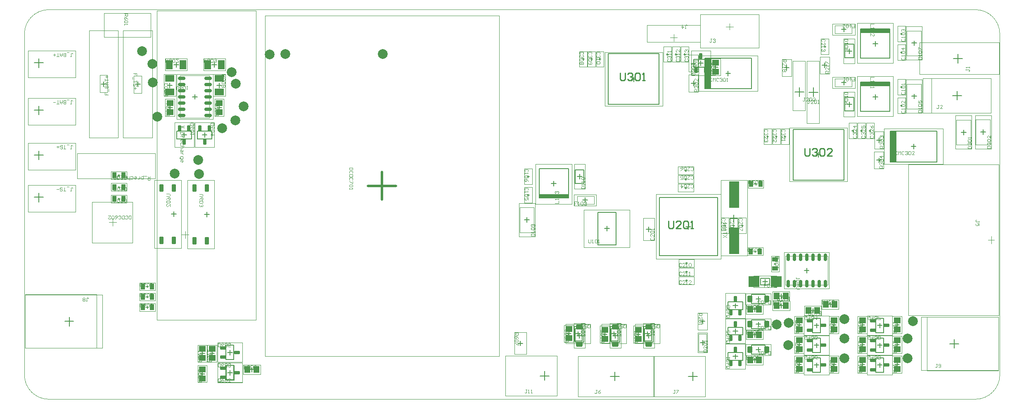
<source format=gbp>
G04*
G04 #@! TF.GenerationSoftware,Altium Limited,Altium Designer,22.7.1 (60)*
G04*
G04 Layer_Color=128*
%FSLAX44Y44*%
%MOMM*%
G71*
G04*
G04 #@! TF.SameCoordinates,103DB43E-2C87-4E4D-8813-1F5788BE8077*
G04*
G04*
G04 #@! TF.FilePolarity,Positive*
G04*
G01*
G75*
%ADD12C,0.2000*%
%ADD13C,0.1500*%
%ADD15C,0.2540*%
%ADD16C,0.5000*%
%ADD17C,0.0127*%
%ADD18C,0.0500*%
%ADD19C,0.1000*%
%ADD20R,1.2778X6.3000*%
%ADD21R,6.0000X0.8070*%
%ADD23C,2.0000*%
%ADD26R,1.3500X1.1500*%
%ADD28R,1.3000X0.9000*%
%ADD29R,0.9000X1.3000*%
%ADD36R,1.9500X1.4000*%
G04:AMPARAMS|DCode=38|XSize=1.3mm|YSize=1.1mm|CornerRadius=0.275mm|HoleSize=0mm|Usage=FLASHONLY|Rotation=180.000|XOffset=0mm|YOffset=0mm|HoleType=Round|Shape=RoundedRectangle|*
%AMROUNDEDRECTD38*
21,1,1.3000,0.5500,0,0,180.0*
21,1,0.7500,1.1000,0,0,180.0*
1,1,0.5500,-0.3750,0.2750*
1,1,0.5500,0.3750,0.2750*
1,1,0.5500,0.3750,-0.2750*
1,1,0.5500,-0.3750,-0.2750*
%
%ADD38ROUNDEDRECTD38*%
G04:AMPARAMS|DCode=39|XSize=0.65mm|YSize=1.25mm|CornerRadius=0.1625mm|HoleSize=0mm|Usage=FLASHONLY|Rotation=270.000|XOffset=0mm|YOffset=0mm|HoleType=Round|Shape=RoundedRectangle|*
%AMROUNDEDRECTD39*
21,1,0.6500,0.9250,0,0,270.0*
21,1,0.3250,1.2500,0,0,270.0*
1,1,0.3250,-0.4625,-0.1625*
1,1,0.3250,-0.4625,0.1625*
1,1,0.3250,0.4625,0.1625*
1,1,0.3250,0.4625,-0.1625*
%
%ADD39ROUNDEDRECTD39*%
%ADD87R,1.1500X1.3500*%
G04:AMPARAMS|DCode=110|XSize=0.6mm|YSize=1.45mm|CornerRadius=0.15mm|HoleSize=0mm|Usage=FLASHONLY|Rotation=0.000|XOffset=0mm|YOffset=0mm|HoleType=Round|Shape=RoundedRectangle|*
%AMROUNDEDRECTD110*
21,1,0.6000,1.1500,0,0,0.0*
21,1,0.3000,1.4500,0,0,0.0*
1,1,0.3000,0.1500,-0.5750*
1,1,0.3000,-0.1500,-0.5750*
1,1,0.3000,-0.1500,0.5750*
1,1,0.3000,0.1500,0.5750*
%
%ADD110ROUNDEDRECTD110*%
G04:AMPARAMS|DCode=111|XSize=0.65mm|YSize=1.25mm|CornerRadius=0.1625mm|HoleSize=0mm|Usage=FLASHONLY|Rotation=0.000|XOffset=0mm|YOffset=0mm|HoleType=Round|Shape=RoundedRectangle|*
%AMROUNDEDRECTD111*
21,1,0.6500,0.9250,0,0,0.0*
21,1,0.3250,1.2500,0,0,0.0*
1,1,0.3250,0.1625,-0.4625*
1,1,0.3250,-0.1625,-0.4625*
1,1,0.3250,-0.1625,0.4625*
1,1,0.3250,0.1625,0.4625*
%
%ADD111ROUNDEDRECTD111*%
%ADD112R,2.2100X2.2000*%
G04:AMPARAMS|DCode=113|XSize=1.3mm|YSize=1.1mm|CornerRadius=0.275mm|HoleSize=0mm|Usage=FLASHONLY|Rotation=90.000|XOffset=0mm|YOffset=0mm|HoleType=Round|Shape=RoundedRectangle|*
%AMROUNDEDRECTD113*
21,1,1.3000,0.5500,0,0,90.0*
21,1,0.7500,1.1000,0,0,90.0*
1,1,0.5500,0.2750,0.3750*
1,1,0.5500,0.2750,-0.3750*
1,1,0.5500,-0.2750,-0.3750*
1,1,0.5500,-0.2750,0.3750*
%
%ADD113ROUNDEDRECTD113*%
G04:AMPARAMS|DCode=114|XSize=0.9mm|YSize=1.5mm|CornerRadius=0.225mm|HoleSize=0mm|Usage=FLASHONLY|Rotation=180.000|XOffset=0mm|YOffset=0mm|HoleType=Round|Shape=RoundedRectangle|*
%AMROUNDEDRECTD114*
21,1,0.9000,1.0500,0,0,180.0*
21,1,0.4500,1.5000,0,0,180.0*
1,1,0.4500,-0.2250,0.5250*
1,1,0.4500,0.2250,0.5250*
1,1,0.4500,0.2250,-0.5250*
1,1,0.4500,-0.2250,-0.5250*
%
%ADD114ROUNDEDRECTD114*%
%ADD115R,1.4000X1.9500*%
%ADD116R,2.0000X5.5000*%
G04:AMPARAMS|DCode=117|XSize=0.6mm|YSize=1.45mm|CornerRadius=0.15mm|HoleSize=0mm|Usage=FLASHONLY|Rotation=270.000|XOffset=0mm|YOffset=0mm|HoleType=Round|Shape=RoundedRectangle|*
%AMROUNDEDRECTD117*
21,1,0.6000,1.1500,0,0,270.0*
21,1,0.3000,1.4500,0,0,270.0*
1,1,0.3000,-0.5750,-0.1500*
1,1,0.3000,-0.5750,0.1500*
1,1,0.3000,0.5750,0.1500*
1,1,0.3000,0.5750,-0.1500*
%
%ADD117ROUNDEDRECTD117*%
D12*
X273014Y847830D02*
X291264D01*
X282196Y838195D02*
Y856445D01*
X273014Y944830D02*
X291264D01*
X282196Y935195D02*
Y953445D01*
X273014Y755580D02*
X291264D01*
X282196Y745945D02*
Y764195D01*
X273014Y668830D02*
X291264D01*
X282196Y659195D02*
Y677445D01*
X1870473Y876024D02*
Y894274D01*
X1861406Y884639D02*
X1879655D01*
X1841723Y876124D02*
Y894374D01*
X1832656Y884739D02*
X1850905D01*
X2156386Y877240D02*
X2174636D01*
X2165454Y868625D02*
Y886875D01*
X335468Y414250D02*
X353718D01*
X344650Y404615D02*
Y422865D01*
X2159400Y359085D02*
Y377335D01*
X2150332Y367700D02*
X2168582D01*
X1614432Y301000D02*
X1632682D01*
X1623500Y292385D02*
Y310635D01*
X1463250Y292385D02*
Y310635D01*
X1454182Y301000D02*
X1472432D01*
X1319500Y293385D02*
Y311635D01*
X1310432Y302000D02*
X1328682D01*
X2157650Y953840D02*
X2175900D01*
X2167285Y944772D02*
Y963022D01*
X1707646Y617536D02*
Y632536D01*
X1699980Y625064D02*
X1714980D01*
D13*
X2178500Y797250D02*
Y807250D01*
X2173500Y802250D02*
X2183500D01*
X2218750Y797750D02*
Y807750D01*
X2213750Y802750D02*
X2223750D01*
X1532930Y598250D02*
Y608250D01*
X1527930Y603250D02*
X1537930D01*
X1881000Y751250D02*
Y761250D01*
X1876000Y756250D02*
X1886000D01*
X1828930Y704180D02*
X1933070D01*
X1828930Y808320D02*
X1933070D01*
Y704180D02*
Y808320D01*
X1828930Y704180D02*
Y808320D01*
X1502000Y906500D02*
Y916500D01*
X1497000Y911500D02*
X1507000D01*
X1449930Y859430D02*
X1554070D01*
X1449930Y963570D02*
X1554070D01*
Y859430D02*
Y963570D01*
X1449930Y859430D02*
Y963570D01*
X2000000Y745000D02*
X2010000D01*
X2005000Y740000D02*
Y750000D01*
X2000250Y786000D02*
X2010250D01*
X2005250Y781000D02*
Y791000D01*
X1619750Y902750D02*
X1629750D01*
X1624750Y897750D02*
Y907750D01*
X1619750Y943750D02*
X1629750D01*
X1624750Y938750D02*
Y948750D01*
X2071007Y773026D02*
X2081007D01*
X2076007Y768027D02*
Y778027D01*
X2028507Y741526D02*
Y804527D01*
X2123507Y741526D02*
Y804527D01*
X2028507D02*
X2123507D01*
X2028507Y741526D02*
X2123507D01*
X1690757Y923276D02*
X1700757D01*
X1695757Y918277D02*
Y928277D01*
X1648257Y891776D02*
Y954777D01*
X1743257Y891776D02*
Y954777D01*
X1648257D02*
X1743257D01*
X1648257Y891776D02*
X1743257D01*
X1986750Y803250D02*
Y807250D01*
X1984750Y805250D02*
X1988750D01*
X1969250Y803250D02*
Y807250D01*
X1967250Y805250D02*
X1971250D01*
X1951750Y803250D02*
Y807250D01*
X1949750Y805250D02*
X1953750D01*
X1776770Y791460D02*
Y795460D01*
X1774770Y793460D02*
X1778770D01*
X1794550Y791460D02*
Y795460D01*
X1792550Y793460D02*
X1796550D01*
X1812330Y791460D02*
Y795460D01*
X1810330Y793460D02*
X1814330D01*
X1606780Y960500D02*
Y964500D01*
X1604780Y962500D02*
X1608780D01*
X1589000Y960500D02*
Y964500D01*
X1587000Y962500D02*
X1591000D01*
X1571220Y960500D02*
Y964500D01*
X1569220Y962500D02*
X1573220D01*
X1432924Y950424D02*
Y954424D01*
X1430924Y952424D02*
X1434924D01*
X1415892Y950424D02*
Y954424D01*
X1413892Y952424D02*
X1417892D01*
X1398860Y950424D02*
Y954424D01*
X1396860Y952424D02*
X1400860D01*
X1607090Y723820D02*
X1611090D01*
X1609090Y721820D02*
Y725820D01*
X1888750Y940000D02*
X1898750D01*
X1893750Y935000D02*
Y945000D01*
X1554480Y548640D02*
Y668020D01*
X1673860Y548640D02*
Y668020D01*
X1554480D02*
X1673860D01*
X1554480Y548640D02*
X1673860D01*
X1609170Y608330D02*
X1619170D01*
X1614170Y603330D02*
Y613330D01*
X1816000Y929750D02*
Y939750D01*
X1811000Y934750D02*
X1821000D01*
X1643380Y409020D02*
Y419020D01*
X1638380Y414020D02*
X1648380D01*
X1638380Y370500D02*
X1648380D01*
X1643380Y365500D02*
Y375500D01*
X1892000Y978250D02*
X1896000D01*
X1894000Y976250D02*
Y980250D01*
X1610360Y495840D02*
Y499840D01*
X1608360Y497840D02*
X1612360D01*
X1610360Y513620D02*
Y517620D01*
X1608360Y515620D02*
X1612360D01*
X1610360Y531400D02*
Y535400D01*
X1608360Y533400D02*
X1612360D01*
X1687100Y610870D02*
X1691100D01*
X1689100Y608870D02*
Y612870D01*
X1704880Y610870D02*
X1708880D01*
X1706880Y608870D02*
Y612870D01*
X1722660Y610870D02*
X1726660D01*
X1724660Y608870D02*
Y612870D01*
X1609090Y704040D02*
Y708040D01*
X1607090Y706040D02*
X1611090D01*
X1609090Y686260D02*
Y690260D01*
X1607090Y688260D02*
X1611090D01*
X485250Y896000D02*
Y906000D01*
X480250Y901000D02*
X490250D01*
X415250Y896250D02*
Y906250D01*
X410250Y901250D02*
X420250D01*
X1447140Y599560D02*
Y609560D01*
X1442140Y604560D02*
X1452140D01*
X1428640Y571060D02*
X1465640D01*
X1428640Y638060D02*
X1465640D01*
Y571060D02*
Y638060D01*
X1428640Y571060D02*
Y638060D01*
X1264750Y369000D02*
X1274750D01*
X1269750Y364000D02*
Y374000D01*
X1397690Y662980D02*
X1407690D01*
X1402690Y657980D02*
Y667980D01*
X1400260Y697240D02*
Y725240D01*
X1382260Y697240D02*
Y725240D01*
X1400260D01*
X1382260Y697240D02*
X1400260D01*
X1386260Y711240D02*
X1396260D01*
X1391260Y706240D02*
Y716240D01*
X1935370Y955010D02*
Y983010D01*
X1953370Y955010D02*
Y983010D01*
X1935370Y955010D02*
X1953370D01*
X1935370Y983010D02*
X1953370D01*
X1939370Y969010D02*
X1949370D01*
X1944370Y964010D02*
Y974010D01*
X1935370Y845790D02*
Y873790D01*
X1953370Y845790D02*
Y873790D01*
X1935370Y845790D02*
X1953370D01*
X1935370Y873790D02*
X1953370D01*
X1939370Y859790D02*
X1949370D01*
X1944370Y854790D02*
Y864790D01*
X1285850Y709240D02*
Y713240D01*
X1283850Y711240D02*
X1287850D01*
X1285850Y671140D02*
Y675140D01*
X1283850Y673140D02*
X1287850D01*
X2051050Y964470D02*
Y968470D01*
X2049050Y966470D02*
X2053050D01*
X2051050Y1002570D02*
Y1006570D01*
X2049050Y1004570D02*
X2053050D01*
X2051050Y855250D02*
Y859250D01*
X2049050Y857250D02*
X2053050D01*
X2051050Y893350D02*
Y897350D01*
X2049050Y895350D02*
X2053050D01*
X1388110Y383620D02*
Y393620D01*
X1383110Y388620D02*
X1393110D01*
X1396110Y373620D02*
Y403620D01*
X1380110Y373620D02*
Y403620D01*
Y373620D02*
X1396110D01*
X1380110Y403620D02*
X1396110D01*
X1461770Y383620D02*
Y393620D01*
X1456770Y388620D02*
X1466770D01*
X1469770Y373620D02*
Y403620D01*
X1453770Y373620D02*
Y403620D01*
Y373620D02*
X1469770D01*
X1453770Y403620D02*
X1469770D01*
X1530350Y383620D02*
Y393620D01*
X1525350Y388620D02*
X1535350D01*
X1538350Y373620D02*
Y403620D01*
X1522350Y373620D02*
Y403620D01*
Y373620D02*
X1538350D01*
X1522350Y403620D02*
X1538350D01*
X674370Y303610D02*
Y313610D01*
X669370Y308610D02*
X679370D01*
X666370Y293610D02*
Y323610D01*
X682370Y293610D02*
Y323610D01*
X666370D02*
X682370D01*
X666370Y293610D02*
X682370D01*
X1278250Y622500D02*
X1288250D01*
X1283250Y617500D02*
Y627500D01*
X1368170Y667270D02*
Y727270D01*
X1308170Y667270D02*
Y727270D01*
X1368170D01*
X1308170Y667270D02*
X1368170D01*
X1333170Y697270D02*
X1343170D01*
X1338170Y692270D02*
Y702270D01*
X1932940Y1008460D02*
Y1018460D01*
X1927940Y1013460D02*
X1937940D01*
X1967460Y845030D02*
Y905030D01*
X2027460Y845030D02*
Y905030D01*
X1967460Y845030D02*
X2027460D01*
X1967460Y905030D02*
X2027460D01*
X1992460Y875030D02*
X2002460D01*
X1997460Y870030D02*
Y880030D01*
X1967460Y954250D02*
Y1014250D01*
X2027460Y954250D02*
Y1014250D01*
X1967460Y954250D02*
X2027460D01*
X1967460Y1014250D02*
X2027460D01*
X1992460Y984250D02*
X2002460D01*
X1997460Y979250D02*
Y989250D01*
X2072140Y985520D02*
X2082140D01*
X2077140Y980520D02*
Y990520D01*
X1932940Y899240D02*
Y909240D01*
X1927940Y904240D02*
X1937940D01*
X2072140Y876300D02*
X2082140D01*
X2077140Y871300D02*
Y881300D01*
X1869440Y430970D02*
Y440970D01*
X1864440Y435970D02*
X1874440D01*
X1856740Y513520D02*
Y523520D01*
X1851740Y518520D02*
X1861740D01*
X1900000Y448670D02*
X1910000D01*
X1905000Y443670D02*
Y453670D01*
X1799670Y446130D02*
X1809670D01*
X1804670Y441130D02*
Y451130D01*
X1804390Y460790D02*
Y470790D01*
X1799390Y465790D02*
X1809390D01*
X1971040Y320480D02*
Y330480D01*
X1966040Y325480D02*
X1976040D01*
X2042160Y320480D02*
Y330480D01*
X2037160Y325480D02*
X2047160D01*
X1971040Y361120D02*
Y371120D01*
X1966040Y366120D02*
X1976040D01*
X2042160Y361120D02*
Y371120D01*
X2037160Y366120D02*
X2047160D01*
X2042160Y401760D02*
Y411760D01*
X2037160Y406760D02*
X2047160D01*
X1971040Y401760D02*
Y411760D01*
X1966040Y406760D02*
X1976040D01*
X1912620Y320480D02*
Y330480D01*
X1907620Y325480D02*
X1917620D01*
X1841500Y320480D02*
Y330480D01*
X1836500Y325480D02*
X1846500D01*
X1841500Y361120D02*
Y371120D01*
X1836500Y366120D02*
X1846500D01*
X1841500Y401760D02*
Y411760D01*
X1836500Y406760D02*
X1846500D01*
X1912620Y401760D02*
Y411760D01*
X1907620Y406760D02*
X1917620D01*
X1745060Y438510D02*
X1755060D01*
X1750060Y433510D02*
Y443510D01*
X1745060Y386440D02*
X1755060D01*
X1750060Y381440D02*
Y391440D01*
X1745060Y334370D02*
X1755060D01*
X1750060Y329370D02*
Y339370D01*
X1998600Y339210D02*
X2014600D01*
X1998600Y309210D02*
X2014600D01*
Y339210D01*
X1998600Y309210D02*
Y339210D01*
X2001600Y324210D02*
X2011600D01*
X2006600Y319210D02*
Y329210D01*
X1998600Y379850D02*
X2014600D01*
X1998600Y349850D02*
X2014600D01*
Y379850D01*
X1998600Y349850D02*
Y379850D01*
X2001600Y364850D02*
X2011600D01*
X2006600Y359850D02*
Y369850D01*
X1998600Y420490D02*
X2014600D01*
X1998600Y390490D02*
X2014600D01*
Y420490D01*
X1998600Y390490D02*
Y420490D01*
X2001600Y405490D02*
X2011600D01*
X2006600Y400490D02*
Y410490D01*
X1869060Y339210D02*
X1885060D01*
X1869060Y309210D02*
X1885060D01*
Y339210D01*
X1869060Y309210D02*
Y339210D01*
X1872060Y324210D02*
X1882060D01*
X1877060Y319210D02*
Y329210D01*
X1869060Y379850D02*
X1885060D01*
X1869060Y349850D02*
X1885060D01*
Y379850D01*
X1869060Y349850D02*
Y379850D01*
X1872060Y364850D02*
X1882060D01*
X1877060Y359850D02*
Y369850D01*
Y400490D02*
Y410490D01*
X1872060Y405490D02*
X1882060D01*
X1869060Y390490D02*
Y420490D01*
X1885060Y390490D02*
Y420490D01*
X1869060Y390490D02*
X1885060D01*
X1869060Y420490D02*
X1885060D01*
X1705690Y446130D02*
X1715690D01*
X1710690Y441130D02*
Y451130D01*
X1695690Y438130D02*
X1725690D01*
X1695690Y454130D02*
X1725690D01*
Y438130D02*
Y454130D01*
X1695690Y438130D02*
Y454130D01*
Y386060D02*
Y402060D01*
X1725690Y386060D02*
Y402060D01*
X1695690D02*
X1725690D01*
X1695690Y386060D02*
X1725690D01*
X1710690Y389060D02*
Y399060D01*
X1705690Y394060D02*
X1715690D01*
X1695690Y333990D02*
Y349990D01*
X1725690Y333990D02*
Y349990D01*
X1695690D02*
X1725690D01*
X1695690Y333990D02*
X1725690D01*
X1710690Y336990D02*
Y346990D01*
X1705690Y341990D02*
X1715690D01*
X1780650Y488660D02*
Y502660D01*
X1762650Y488660D02*
Y502660D01*
X1780650D01*
X1762650Y488660D02*
X1780650D01*
X1766650Y495660D02*
X1776650D01*
X1771650Y490660D02*
Y500660D01*
X1743680Y451100D02*
X1771680D01*
X1743680Y469100D02*
X1771680D01*
X1743680Y451100D02*
Y469100D01*
X1771680Y451100D02*
Y469100D01*
X1757680Y455100D02*
Y465100D01*
X1752680Y460100D02*
X1762680D01*
X1743680Y399030D02*
X1771680D01*
X1743680Y417030D02*
X1771680D01*
X1743680Y399030D02*
Y417030D01*
X1771680Y399030D02*
Y417030D01*
X1757680Y403030D02*
Y413030D01*
X1752680Y408030D02*
X1762680D01*
X1743680Y346960D02*
X1771680D01*
X1743680Y364960D02*
X1771680D01*
X1743680Y346960D02*
Y364960D01*
X1771680Y346960D02*
Y364960D01*
X1757680Y350960D02*
Y360960D01*
X1752680Y355960D02*
X1762680D01*
X1791970Y530130D02*
Y534130D01*
X1789970Y532130D02*
X1793970D01*
X1670250Y931250D02*
Y941250D01*
X1665250Y936250D02*
X1675250D01*
X1624750Y936250D02*
Y952250D01*
X1654750Y936250D02*
Y952250D01*
X1624750D02*
X1654750D01*
X1624750Y936250D02*
X1654750D01*
X1639750Y939250D02*
Y949250D01*
X1634750Y944250D02*
X1644750D01*
X674250Y345250D02*
Y355250D01*
X669250Y350250D02*
X679250D01*
X666250Y335250D02*
Y365250D01*
X682250Y335250D02*
Y365250D01*
X666250Y335250D02*
X682250D01*
X666250Y365250D02*
X682250D01*
X626750Y628750D02*
Y638750D01*
X621750Y633750D02*
X631750D01*
X554250Y634250D02*
X564250D01*
X559250Y629250D02*
Y639250D01*
X637250Y941250D02*
X647250D01*
X642250Y936250D02*
Y946250D01*
X647250Y853000D02*
X657250D01*
X652250Y848000D02*
Y858000D01*
X617250Y796750D02*
X627250D01*
X622250Y791750D02*
Y801750D01*
X607250Y804750D02*
X637250D01*
X607250Y788750D02*
X637250D01*
X607250D02*
Y804750D01*
X637250Y788750D02*
Y804750D01*
X612500Y348000D02*
X622500D01*
X617500Y343000D02*
Y353000D01*
X632500Y348000D02*
X642500D01*
X637500Y343000D02*
Y353000D01*
X1751330Y555530D02*
Y559530D01*
X1749330Y557530D02*
X1753330D01*
X1752600Y693960D02*
Y697960D01*
X1750600Y695960D02*
X1754600D01*
X647500Y899000D02*
X657500D01*
X652500Y894000D02*
Y904000D01*
X597200Y875350D02*
X607200D01*
X602200Y870350D02*
Y880350D01*
X546000Y899000D02*
X556000D01*
X551000Y894000D02*
Y904000D01*
X564000Y936250D02*
Y946250D01*
X559000Y941250D02*
X569000D01*
X444490Y713740D02*
X448490D01*
X446490Y711740D02*
Y715740D01*
X444490Y689610D02*
X448490D01*
X446490Y687610D02*
Y691610D01*
X444490Y665480D02*
X448490D01*
X446490Y663480D02*
Y667480D01*
X502750Y443000D02*
X506750D01*
X504750Y441000D02*
Y445000D01*
X502750Y464320D02*
X506750D01*
X504750Y462320D02*
Y466320D01*
X502750Y485500D02*
X506750D01*
X504750Y483500D02*
Y487500D01*
X1364060Y388620D02*
X1374060D01*
X1369060Y383620D02*
Y393620D01*
X1437720Y387350D02*
X1447720D01*
X1442720Y382350D02*
Y392350D01*
X1506300Y387350D02*
X1516300D01*
X1511300Y382350D02*
Y392350D01*
X1390860Y379810D02*
Y389810D01*
X1385860Y384810D02*
X1395860D01*
X1381860Y398810D02*
X1399860D01*
X1381860Y370810D02*
X1399860D01*
X1381860D02*
Y398810D01*
X1399860Y370810D02*
Y398810D01*
X1464520Y379810D02*
Y389810D01*
X1459520Y384810D02*
X1469520D01*
X1455520Y398810D02*
X1473520D01*
X1455520Y370810D02*
X1473520D01*
X1455520D02*
Y398810D01*
X1473520Y370810D02*
Y398810D01*
X1533100Y379810D02*
Y389810D01*
X1528100Y384810D02*
X1538100D01*
X1524100Y398810D02*
X1542100D01*
X1524100Y370810D02*
X1542100D01*
X1524100D02*
Y398810D01*
X1542100Y370810D02*
Y398810D01*
X719180Y309960D02*
Y319960D01*
X714180Y314960D02*
X724180D01*
X612500Y306250D02*
X622500D01*
X617500Y301250D02*
Y311250D01*
X674250Y303750D02*
Y313750D01*
X669250Y308750D02*
X679250D01*
X666250Y293750D02*
Y323750D01*
X682250Y293750D02*
Y323750D01*
X666250Y293750D02*
X682250D01*
X666250Y323750D02*
X682250D01*
X546250Y853000D02*
X556250D01*
X551250Y848000D02*
Y858000D01*
X575500Y796750D02*
X585500D01*
X580500Y791750D02*
Y801750D01*
X565500Y804750D02*
X595500D01*
X565500Y788750D02*
X595500D01*
X565500D02*
Y804750D01*
X595500Y788750D02*
Y804750D01*
D15*
X1853060Y768945D02*
Y756249D01*
X1855599Y753710D01*
X1860677D01*
X1863217Y756249D01*
Y768945D01*
X1868295Y766406D02*
X1870834Y768945D01*
X1875913D01*
X1878452Y766406D01*
Y763867D01*
X1875913Y761328D01*
X1873373D01*
X1875913D01*
X1878452Y758788D01*
Y756249D01*
X1875913Y753710D01*
X1870834D01*
X1868295Y756249D01*
X1883530Y766406D02*
X1886069Y768945D01*
X1891148D01*
X1893687Y766406D01*
Y756249D01*
X1891148Y753710D01*
X1886069D01*
X1883530Y756249D01*
Y766406D01*
X1908922Y753710D02*
X1898765D01*
X1908922Y763867D01*
Y766406D01*
X1906383Y768945D01*
X1901304D01*
X1898765Y766406D01*
X1474060Y924195D02*
Y911499D01*
X1476599Y908960D01*
X1481678D01*
X1484217Y911499D01*
Y924195D01*
X1489295Y921656D02*
X1491834Y924195D01*
X1496913D01*
X1499452Y921656D01*
Y919117D01*
X1496913Y916578D01*
X1494373D01*
X1496913D01*
X1499452Y914038D01*
Y911499D01*
X1496913Y908960D01*
X1491834D01*
X1489295Y911499D01*
X1504530Y921656D02*
X1507069Y924195D01*
X1512148D01*
X1514687Y921656D01*
Y911499D01*
X1512148Y908960D01*
X1507069D01*
X1504530Y911499D01*
Y921656D01*
X1519765Y908960D02*
X1524844D01*
X1522304D01*
Y924195D01*
X1519765Y921656D01*
X1573530Y619755D02*
Y607059D01*
X1576069Y604520D01*
X1581147D01*
X1583687Y607059D01*
Y619755D01*
X1598922Y604520D02*
X1588765D01*
X1598922Y614677D01*
Y617216D01*
X1596383Y619755D01*
X1591304D01*
X1588765Y617216D01*
X1604000D02*
X1606539Y619755D01*
X1611618D01*
X1614157Y617216D01*
Y607059D01*
X1611618Y604520D01*
X1606539D01*
X1604000Y607059D01*
Y617216D01*
X1619235Y604520D02*
X1624314D01*
X1621774D01*
Y619755D01*
X1619235Y617216D01*
D16*
X986277Y663954D02*
Y720954D01*
X957485Y692374D02*
X1014485D01*
D17*
X302790Y1054099D02*
G03*
X252790Y1004099I0J-50000D01*
G01*
X2252790D02*
G03*
X2202790Y1054099I-50000J0D01*
G01*
Y254099D02*
G03*
X2252790Y304099I0J50000D01*
G01*
X252790D02*
G03*
X302790Y254099I50000J0D01*
G01*
Y1054099D02*
X2202790D01*
X2252790Y304099D02*
Y1004099D01*
X302790Y254099D02*
X2202790D01*
X252790Y304099D02*
Y1004099D01*
D18*
X1576590Y996805D02*
X1591590D01*
X1584090Y989055D02*
Y1004055D01*
X1638590Y987170D02*
Y1021970D01*
X1529190Y987170D02*
Y1021970D01*
Y987170D02*
X1638590D01*
X1529190Y1021970D02*
X1638590D01*
X2193000Y776500D02*
Y827501D01*
X2163499Y776500D02*
Y827501D01*
X2193000D01*
X2163499Y776500D02*
X2193000D01*
X2162000Y768000D02*
X2195000D01*
X2162000Y836500D02*
X2195000D01*
X2162000Y768000D02*
Y836500D01*
X2195000Y768000D02*
Y836500D01*
X2233250Y777000D02*
Y828001D01*
X2203749Y777000D02*
Y828001D01*
X2233250D01*
X2203749Y777000D02*
X2233250D01*
X2202250Y768500D02*
X2235250D01*
X2202250Y837000D02*
X2235250D01*
X2202250Y768500D02*
Y837000D01*
X2235250Y768500D02*
Y837000D01*
X1521430Y580250D02*
X1544430D01*
X1521430Y626250D02*
X1544430D01*
X1521430Y580250D02*
Y626250D01*
X1544430Y580250D02*
Y626250D01*
X746180Y342030D02*
Y1042030D01*
Y342030D02*
X1226180D01*
X746180Y1042030D02*
X1226180D01*
Y342030D02*
Y1042030D01*
X1821750Y701250D02*
X1940250D01*
X1821750Y811250D02*
X1940250D01*
Y701250D02*
Y811250D01*
X1821750Y701250D02*
Y811250D01*
X1442750Y856500D02*
X1561250D01*
X1442750Y966500D02*
X1561250D01*
Y856500D02*
Y966500D01*
X1442750Y856500D02*
Y966500D01*
X1995500Y727500D02*
X2014500D01*
X1995500Y762500D02*
X2014500D01*
X1995500Y727500D02*
Y762500D01*
X2014500Y727500D02*
Y762500D01*
X1995750Y768500D02*
X2014750D01*
X1995750Y803500D02*
X2014750D01*
X1995750Y768500D02*
Y803500D01*
X2014750Y768500D02*
Y803500D01*
X1615250Y885250D02*
X1634250D01*
X1615250Y920250D02*
X1634250D01*
X1615250Y885250D02*
Y920250D01*
X1634250Y885250D02*
Y920250D01*
X1615250Y926250D02*
X1634250D01*
X1615250Y961250D02*
X1634250D01*
X1615250Y926250D02*
Y961250D01*
X1634250Y926250D02*
Y961250D01*
X2015507Y736527D02*
Y809526D01*
X2136507Y736527D02*
Y809526D01*
X2015507D02*
X2136507D01*
X2015507Y736527D02*
X2136507D01*
X1635257Y886777D02*
Y959776D01*
X1756257Y886777D02*
Y959776D01*
X1635257D02*
X1756257D01*
X1635257Y886777D02*
X1756257D01*
X1978750Y789250D02*
X1994750D01*
X1978750Y821250D02*
X1994750D01*
X1978750Y789250D02*
Y821250D01*
X1994750Y789250D02*
Y821250D01*
X1961250Y789250D02*
X1977250D01*
X1961250Y821250D02*
X1977250D01*
X1961250Y789250D02*
Y821250D01*
X1977250Y789250D02*
Y821250D01*
X1943750Y789250D02*
X1959750D01*
X1943750Y821250D02*
X1959750D01*
X1943750Y789250D02*
Y821250D01*
X1959750Y789250D02*
Y821250D01*
X1768770Y809460D02*
X1784770D01*
X1768770Y777460D02*
X1784770D01*
Y809460D01*
X1768770Y777460D02*
Y809460D01*
X1786550D02*
X1802550D01*
X1786550Y777460D02*
X1802550D01*
Y809460D01*
X1786550Y777460D02*
Y809460D01*
X1804330D02*
X1820330D01*
X1804330Y777460D02*
X1820330D01*
Y809460D01*
X1804330Y777460D02*
Y809460D01*
X1598780Y946500D02*
X1614780D01*
X1598780Y978500D02*
X1614780D01*
X1598780Y946500D02*
Y978500D01*
X1614780Y946500D02*
Y978500D01*
X1581000Y946500D02*
X1597000D01*
X1581000Y978500D02*
X1597000D01*
X1581000Y946500D02*
Y978500D01*
X1597000Y946500D02*
Y978500D01*
X1563220Y946500D02*
X1579220D01*
X1563220Y978500D02*
X1579220D01*
X1563220Y946500D02*
Y978500D01*
X1579220Y946500D02*
Y978500D01*
X1424924Y968424D02*
X1440924D01*
X1424924Y936424D02*
X1440924D01*
Y968424D01*
X1424924Y936424D02*
Y968424D01*
X1407892Y968424D02*
X1423892D01*
X1407892Y936424D02*
X1423892D01*
Y968424D01*
X1407892Y936424D02*
Y968424D01*
X1390860Y968424D02*
X1406860D01*
X1390860Y936424D02*
X1406860D01*
Y968424D01*
X1390860Y936424D02*
Y968424D01*
X1625090Y715820D02*
Y731820D01*
X1593090Y715820D02*
Y731820D01*
Y715820D02*
X1625090D01*
X1593090Y731820D02*
X1625090D01*
X524510Y416560D02*
X727710D01*
X575060Y591835D02*
X590060D01*
X582560Y584210D02*
Y599210D01*
X524510Y416560D02*
Y1051560D01*
X727710Y416560D02*
Y1051560D01*
X524510D02*
X727710D01*
X358000Y817500D02*
Y872500D01*
X260000Y817500D02*
Y872500D01*
Y817500D02*
X358000D01*
X260000Y872500D02*
X358000D01*
Y817500D02*
Y872500D01*
X260000Y817500D02*
Y872500D01*
Y817500D02*
X358000D01*
X260000Y872500D02*
X358000D01*
X415900Y997499D02*
Y1046500D01*
X511401Y997499D02*
Y1046500D01*
X415900Y997499D02*
X511401D01*
X415900Y1046500D02*
X511401D01*
X521250Y707250D02*
Y759250D01*
X361250Y707250D02*
Y759250D01*
X521250D01*
X361250Y707250D02*
X521250D01*
X358000Y914500D02*
Y969500D01*
X260000Y914500D02*
Y969500D01*
Y914500D02*
X358000D01*
X260000Y969500D02*
X358000D01*
Y914500D02*
Y969500D01*
X260000Y914500D02*
Y969500D01*
Y914500D02*
X358000D01*
X260000Y969500D02*
X358000D01*
Y725250D02*
Y780250D01*
X260000Y725250D02*
Y780250D01*
Y725250D02*
X358000D01*
X260000Y780250D02*
X358000D01*
Y725250D02*
Y780250D01*
X260000Y725250D02*
Y780250D01*
Y725250D02*
X358000D01*
X260000Y780250D02*
X358000D01*
Y638500D02*
Y693500D01*
X260000Y638500D02*
Y693500D01*
Y638500D02*
X358000D01*
X260000Y693500D02*
X358000D01*
Y638500D02*
Y693500D01*
X260000Y638500D02*
Y693500D01*
Y638500D02*
X358000D01*
X260000Y693500D02*
X358000D01*
X1884250Y922500D02*
X1903250D01*
X1884250Y957500D02*
X1903250D01*
X1884250Y922500D02*
Y957500D01*
X1903250Y922500D02*
Y957500D01*
X1547670Y541830D02*
Y674830D01*
X1680670Y541830D02*
Y674830D01*
X1547670D02*
X1680670D01*
X1547670Y541830D02*
X1680670D01*
X1806500Y917250D02*
Y952250D01*
X1825500Y917250D02*
Y952250D01*
X1806500Y917250D02*
X1825500D01*
X1806500Y952250D02*
X1825500D01*
X1633880Y396520D02*
Y431520D01*
X1652880Y396520D02*
Y431520D01*
X1633880Y396520D02*
X1652880D01*
X1633880Y431520D02*
X1652880D01*
X1857500Y821050D02*
Y948551D01*
X1882501Y821050D02*
Y948551D01*
X1857500D02*
X1882501D01*
X1857500Y821050D02*
X1882501D01*
X1828500Y847100D02*
Y947850D01*
X1853500Y847100D02*
Y947850D01*
X1828500Y948350D02*
X1853500D01*
X1828500Y847100D02*
X1853500D01*
X1653380Y350250D02*
Y390750D01*
X1633380Y350250D02*
Y390750D01*
X1653380D01*
X1633380Y350250D02*
X1653380D01*
X1635379Y352750D02*
X1651380D01*
X1635379Y387751D02*
X1651380D01*
X1635379Y352750D02*
Y387751D01*
X1651380Y352750D02*
Y387751D01*
X1886000Y962250D02*
Y994250D01*
X1902000Y962250D02*
Y994250D01*
X1886000Y962250D02*
X1902000D01*
X1886000Y994250D02*
X1902000D01*
X1594360Y489840D02*
X1626360D01*
X1594360Y505840D02*
X1626360D01*
Y489840D02*
Y505840D01*
X1594360Y489840D02*
Y505840D01*
Y507620D02*
X1626360D01*
X1594360Y523620D02*
X1626360D01*
Y507620D02*
Y523620D01*
X1594360Y507620D02*
Y523620D01*
Y525400D02*
X1626360D01*
X1594360Y541400D02*
X1626360D01*
Y525400D02*
Y541400D01*
X1594360Y525400D02*
Y541400D01*
X1681100Y594870D02*
Y626870D01*
X1697100Y594870D02*
Y626870D01*
X1681100Y594870D02*
X1697100D01*
X1681100Y626870D02*
X1697100D01*
X1698880Y594870D02*
Y626870D01*
X1714880Y594870D02*
Y626870D01*
X1698880Y594870D02*
X1714880D01*
X1698880Y626870D02*
X1714880D01*
X1716660Y594870D02*
Y626870D01*
X1732660Y594870D02*
Y626870D01*
X1716660Y594870D02*
X1732660D01*
X1716660Y626870D02*
X1732660D01*
X1593090Y714040D02*
X1625090D01*
X1593090Y698040D02*
X1625090D01*
X1593090D02*
Y714040D01*
X1625090Y698040D02*
Y714040D01*
X1593090Y696260D02*
X1625090D01*
X1593090Y680260D02*
X1625090D01*
X1593090D02*
Y696260D01*
X1625090Y680260D02*
Y696260D01*
X455250Y791000D02*
Y1011000D01*
X515250D01*
Y791000D02*
Y1011000D01*
X477250Y882749D02*
Y917750D01*
X493000Y882749D02*
Y917750D01*
X477250Y882749D02*
X493000D01*
X477250Y917750D02*
X493000D01*
X455250Y791000D02*
X515250D01*
X445250Y791250D02*
Y1011250D01*
X385250Y791250D02*
X445250D01*
X385250D02*
Y1011250D01*
X423250Y884500D02*
Y919501D01*
X407500Y884500D02*
Y919501D01*
X423250D01*
X407500Y884500D02*
X423250D01*
X385250Y1011250D02*
X445250D01*
X2095350Y842320D02*
Y913321D01*
X2235101Y842320D02*
Y913321D01*
X2095350D02*
X2235101D01*
X2095350Y842320D02*
X2235101D01*
X2112850Y841820D02*
Y913321D01*
X2235101Y841820D02*
Y913321D01*
X2112850D02*
X2235101D01*
X2112850Y841820D02*
X2235101D01*
X254149Y358999D02*
Y469500D01*
Y358999D02*
X400650D01*
X254149Y469500D02*
X400650D01*
Y358999D02*
Y469500D01*
X254149Y468750D02*
X412650D01*
X254149Y358999D02*
X412650D01*
X254149D02*
Y468750D01*
X412650Y358999D02*
Y468750D01*
X391920Y659070D02*
X474420D01*
X391920Y575320D02*
X474420D01*
X391920D02*
Y659070D01*
X474420Y575320D02*
Y659070D01*
X426170Y617570D02*
X441170D01*
X433670Y610070D02*
Y625070D01*
X1400140Y566060D02*
X1494140D01*
X1400140Y643060D02*
X1494140D01*
Y566060D02*
Y643060D01*
X1400140Y566060D02*
Y643060D01*
X1257250Y346500D02*
Y391500D01*
X1282250Y346500D02*
Y391500D01*
X1257250Y346500D02*
X1282250D01*
X1257250Y391500D02*
X1282250D01*
X2091400Y313200D02*
Y422951D01*
X2249901Y313200D02*
Y422951D01*
X2091400D02*
X2249901D01*
X2091400Y313200D02*
X2249901D01*
X2103400Y312450D02*
Y422951D01*
X2249901Y312450D02*
Y422951D01*
X2103400D02*
X2249901D01*
X2103400Y312450D02*
X2249901D01*
X2065660Y426300D02*
Y736300D01*
X2250660Y426300D02*
Y736300D01*
X2065660Y426300D02*
X2250660D01*
X2065660Y736300D02*
X2250660D01*
X2228965Y581050D02*
X2241715D01*
X2235215Y573675D02*
Y588675D01*
X1691165Y1018855D02*
X1706165D01*
X1698790Y1012605D02*
Y1025355D01*
X1638540Y975355D02*
Y1044300D01*
X1758540Y975740D02*
Y1044300D01*
X1638540D02*
X1758540D01*
X1638540Y975355D02*
X1758540D01*
X1385940Y654980D02*
X1420940D01*
X1385940Y670731D02*
X1420940D01*
Y654980D02*
Y670731D01*
X1385940Y654980D02*
Y670731D01*
X1379690Y651480D02*
Y674480D01*
X1425690Y651480D02*
Y674480D01*
X1379690D02*
X1425690D01*
X1379690Y651480D02*
X1425690D01*
X1402760Y685740D02*
Y736740D01*
X1380010Y685740D02*
Y736740D01*
X1402760D01*
X1380010Y685740D02*
X1402760D01*
X1932870Y943510D02*
Y994510D01*
X1955620Y943510D02*
Y994510D01*
X1932870Y943510D02*
X1955620D01*
X1932870Y994510D02*
X1955620D01*
X1932870Y834290D02*
Y885290D01*
X1955620Y834290D02*
Y885290D01*
X1932870Y834290D02*
X1955620D01*
X1932870Y885290D02*
X1955620D01*
X1277850Y727240D02*
X1293850D01*
X1277850Y695240D02*
X1293850D01*
Y727240D01*
X1277850Y695240D02*
Y727240D01*
Y689140D02*
X1293850D01*
X1277850Y657140D02*
X1293850D01*
Y689140D01*
X1277850Y657140D02*
Y689140D01*
X2043050Y950470D02*
X2059050D01*
X2043050Y982470D02*
X2059050D01*
X2043050Y950470D02*
Y982470D01*
X2059050Y950470D02*
Y982470D01*
X2043050Y988570D02*
X2059050D01*
X2043050Y1020570D02*
X2059050D01*
X2043050Y988570D02*
Y1020570D01*
X2059050Y988570D02*
Y1020570D01*
X2043050Y841250D02*
X2059050D01*
X2043050Y873250D02*
X2059050D01*
X2043050Y841250D02*
Y873250D01*
X2059050Y841250D02*
Y873250D01*
X2043050Y879350D02*
X2059050D01*
X2043050Y911350D02*
X2059050D01*
X2043050Y879350D02*
Y911350D01*
X2059050Y879350D02*
Y911350D01*
X1362610Y408620D02*
X1413610D01*
X1362610Y368620D02*
X1413610D01*
X1362610D02*
Y408620D01*
X1413610Y368620D02*
Y408620D01*
X1436270D02*
X1487270D01*
X1436270Y368620D02*
X1487270D01*
X1436270D02*
Y408620D01*
X1487270Y368620D02*
Y408620D01*
X1504850D02*
X1555850D01*
X1504850Y368620D02*
X1555850D01*
X1504850D02*
Y408620D01*
X1555850Y368620D02*
Y408620D01*
X648870Y288610D02*
X699870D01*
X648870Y328610D02*
X699870D01*
Y288610D02*
Y328610D01*
X648870Y288610D02*
Y328610D01*
X1299750Y588250D02*
Y656750D01*
X1266750Y588250D02*
Y656750D01*
X1299750D01*
X1266750Y588250D02*
X1299750D01*
X1268250Y596750D02*
X1297750D01*
X1268250Y647751D02*
X1297750D01*
X1268250Y596750D02*
Y647751D01*
X1297750Y596750D02*
Y647751D01*
X1301170Y654770D02*
Y737270D01*
Y654770D02*
X1375420D01*
Y737270D01*
X1301170D02*
X1375420D01*
X1543250Y259749D02*
X1648500D01*
X1543250Y342250D02*
X1648500D01*
Y259749D02*
Y342250D01*
X1543250Y259749D02*
Y342250D01*
X1388000Y259750D02*
X1544001D01*
X1388000Y342251D02*
X1544001D01*
Y259750D02*
Y342251D01*
X1388000Y259750D02*
Y342251D01*
X1239250Y260749D02*
Y343250D01*
X1344500Y260749D02*
Y343250D01*
X1239250D02*
X1344500D01*
X1239250Y260749D02*
X1344500D01*
X2251650Y921590D02*
Y986591D01*
X2088649Y921590D02*
Y986591D01*
X2251650D01*
X2088649Y921590D02*
X2251650D01*
X1909940Y1024960D02*
X1955940D01*
X1909940Y1001960D02*
X1955940D01*
X1909940D02*
Y1024960D01*
X1955940Y1001960D02*
Y1024960D01*
X1949690Y1005709D02*
Y1021460D01*
X1914690Y1005709D02*
Y1021460D01*
Y1005709D02*
X1949690D01*
X1914690Y1021460D02*
X1949690D01*
X2034460Y835030D02*
Y917530D01*
X1960210D02*
X2034460D01*
X1960210Y835030D02*
Y917530D01*
Y835030D02*
X2034460D01*
Y944250D02*
Y1026750D01*
X1960210D02*
X2034460D01*
X1960210Y944250D02*
Y1026750D01*
Y944250D02*
X2034460D01*
X2093640Y951270D02*
Y1019770D01*
X2060640Y951270D02*
Y1019770D01*
X2093640D01*
X2060640Y951270D02*
X2093640D01*
X2062140Y959770D02*
X2091640D01*
X2062140Y1010771D02*
X2091640D01*
X2062140Y959770D02*
Y1010771D01*
X2091640Y959770D02*
Y1010771D01*
X1909940Y915740D02*
X1955940D01*
X1909940Y892740D02*
X1955940D01*
X1909940D02*
Y915740D01*
X1955940Y892740D02*
Y915740D01*
X1949690Y896489D02*
Y912240D01*
X1914690Y896489D02*
Y912240D01*
Y896489D02*
X1949690D01*
X1914690Y912240D02*
X1949690D01*
X2093640Y842050D02*
Y910550D01*
X2060640Y842050D02*
Y910550D01*
X2093640D01*
X2060640Y842050D02*
X2093640D01*
X2062140Y850550D02*
X2091640D01*
X2062140Y901551D02*
X2091640D01*
X2062140Y850550D02*
Y901551D01*
X2091640Y850550D02*
Y901551D01*
X1886940Y426470D02*
Y445470D01*
X1851940Y426470D02*
Y445470D01*
X1886940D01*
X1851940Y426470D02*
X1886940D01*
X1810240Y481520D02*
X1903240D01*
X1810240Y555520D02*
X1903240D01*
Y481520D02*
Y555520D01*
X1810240Y481520D02*
Y555520D01*
X1813490Y488520D02*
X1899991D01*
X1813490Y548521D02*
X1899991D01*
Y488520D02*
Y548521D01*
X1813490Y488520D02*
Y548521D01*
X1887500Y458170D02*
X1922500D01*
X1887500Y439170D02*
X1922500D01*
Y458170D01*
X1887500Y439170D02*
Y458170D01*
X1787170Y455630D02*
X1822170D01*
X1787170Y436630D02*
X1822170D01*
Y455630D01*
X1787170Y436630D02*
Y455630D01*
X1821890Y456290D02*
Y475290D01*
X1786890Y456290D02*
Y475290D01*
X1821890D01*
X1786890Y456290D02*
X1821890D01*
X1961540Y307980D02*
Y342980D01*
X1980540Y307980D02*
Y342980D01*
X1961540D02*
X1980540D01*
X1961540Y307980D02*
X1980540D01*
X2032660D02*
Y342980D01*
X2051660Y307980D02*
Y342980D01*
X2032660D02*
X2051660D01*
X2032660Y307980D02*
X2051660D01*
X1961540Y348620D02*
Y383620D01*
X1980540Y348620D02*
Y383620D01*
X1961540D02*
X1980540D01*
X1961540Y348620D02*
X1980540D01*
X2032660D02*
Y383620D01*
X2051660Y348620D02*
Y383620D01*
X2032660D02*
X2051660D01*
X2032660Y348620D02*
X2051660D01*
X2032660Y389260D02*
Y424260D01*
X2051660Y389260D02*
Y424260D01*
X2032660D02*
X2051660D01*
X2032660Y389260D02*
X2051660D01*
X1961540D02*
Y424260D01*
X1980540Y389260D02*
Y424260D01*
X1961540D02*
X1980540D01*
X1961540Y389260D02*
X1980540D01*
X1903120Y307980D02*
Y342980D01*
X1922120Y307980D02*
Y342980D01*
X1903120D02*
X1922120D01*
X1903120Y307980D02*
X1922120D01*
X1832000D02*
Y342980D01*
X1851000Y307980D02*
Y342980D01*
X1832000D02*
X1851000D01*
X1832000Y307980D02*
X1851000D01*
X1832000Y348620D02*
Y383620D01*
X1851000Y348620D02*
Y383620D01*
X1832000D02*
X1851000D01*
X1832000Y348620D02*
X1851000D01*
X1832000Y389260D02*
Y424260D01*
X1851000Y389260D02*
Y424260D01*
X1832000D02*
X1851000D01*
X1832000Y389260D02*
X1851000D01*
X1903120D02*
Y424260D01*
X1922120Y389260D02*
Y424260D01*
X1903120D02*
X1922120D01*
X1903120Y389260D02*
X1922120D01*
X1732560Y448010D02*
X1767560D01*
X1732560Y429010D02*
X1767560D01*
Y448010D01*
X1732560Y429010D02*
Y448010D01*
Y395940D02*
X1767560D01*
X1732560Y376940D02*
X1767560D01*
Y395940D01*
X1732560Y376940D02*
Y395940D01*
Y343870D02*
X1767560D01*
X1732560Y324870D02*
X1767560D01*
Y343870D01*
X1732560Y324870D02*
Y343870D01*
X1981100Y304210D02*
Y344210D01*
X2032100Y304210D02*
Y344210D01*
X1981100Y304210D02*
X2032100D01*
X1981100Y344210D02*
X2032100D01*
X1981100Y344850D02*
Y384850D01*
X2032100Y344850D02*
Y384850D01*
X1981100Y344850D02*
X2032100D01*
X1981100Y384850D02*
X2032100D01*
X1981100Y385490D02*
Y425490D01*
X2032100Y385490D02*
Y425490D01*
X1981100Y385490D02*
X2032100D01*
X1981100Y425490D02*
X2032100D01*
X1851560Y304210D02*
Y344210D01*
X1902560Y304210D02*
Y344210D01*
X1851560Y304210D02*
X1902560D01*
X1851560Y344210D02*
X1902560D01*
X1851560Y344850D02*
Y384850D01*
X1902560Y344850D02*
Y384850D01*
X1851560Y344850D02*
X1902560D01*
X1851560Y384850D02*
X1902560D01*
X1851560Y425490D02*
X1902560D01*
X1851560Y385490D02*
X1902560D01*
Y425490D01*
X1851560Y385490D02*
Y425490D01*
X1690690Y420630D02*
Y471630D01*
X1730690Y420630D02*
Y471630D01*
X1690690D02*
X1730690D01*
X1690690Y420630D02*
X1730690D01*
X1690690Y368560D02*
X1730690D01*
X1690690Y419560D02*
X1730690D01*
Y368560D02*
Y419560D01*
X1690690Y368560D02*
Y419560D01*
Y316490D02*
X1730690D01*
X1690690Y367490D02*
X1730690D01*
Y316490D02*
Y367490D01*
X1690690Y316490D02*
Y367490D01*
X1795400Y483660D02*
Y507660D01*
X1747900Y483660D02*
Y507660D01*
X1795400D01*
X1747900Y483660D02*
X1795400D01*
X1732180Y448600D02*
X1783180D01*
X1732180Y471350D02*
X1783180D01*
X1732180Y448600D02*
Y471350D01*
X1783180Y448600D02*
Y471350D01*
X1732180Y396530D02*
X1783180D01*
X1732180Y419280D02*
X1783180D01*
X1732180Y396530D02*
Y419280D01*
X1783180Y396530D02*
Y419280D01*
X1732180Y344460D02*
X1783180D01*
X1732180Y367210D02*
X1783180D01*
X1732180Y344460D02*
Y367210D01*
X1783180Y344460D02*
Y367210D01*
X1783970Y548130D02*
X1799970D01*
X1783970Y516130D02*
X1799970D01*
X1783970D02*
Y548130D01*
X1799970Y516130D02*
Y548130D01*
X1660750Y918750D02*
Y953750D01*
X1679750Y918750D02*
Y953750D01*
X1660750D02*
X1679750D01*
X1660750Y918750D02*
X1679750D01*
X1619750Y918750D02*
X1659750D01*
X1619750Y969750D02*
X1659750D01*
Y918750D02*
Y969750D01*
X1619750Y918750D02*
Y969750D01*
X648750Y370250D02*
X699750D01*
X648750Y330250D02*
X699750D01*
Y370250D01*
X648750Y330250D02*
Y370250D01*
X641750Y563750D02*
Y703750D01*
X586750Y563750D02*
Y703750D01*
Y563750D02*
X641750D01*
X586750Y703750D02*
X641750D01*
X586750D02*
X641750D01*
X586750Y563750D02*
X641750D01*
X586750D02*
Y703750D01*
X641750Y563750D02*
Y703750D01*
X574250Y564250D02*
Y704250D01*
X519250Y564250D02*
Y704250D01*
Y564250D02*
X574250Y564250D01*
X519250Y704250D02*
X574250Y704250D01*
X519250Y704250D02*
X574250Y704250D01*
X519250Y564250D02*
X574250Y564250D01*
X519250Y564250D02*
Y704250D01*
X574250Y564250D02*
Y704250D01*
X619750Y928750D02*
Y953750D01*
X664750Y928750D02*
Y953750D01*
X619750Y928750D02*
X664750D01*
X619750Y953750D02*
X664750D01*
X642750Y835500D02*
X661750D01*
X642750Y870500D02*
X661750D01*
Y835500D02*
Y870500D01*
X642750Y835500D02*
Y870500D01*
X642250Y771250D02*
Y822250D01*
X602250Y771250D02*
Y822250D01*
Y771250D02*
X642250D01*
X602250Y822250D02*
X642250D01*
X608000Y330500D02*
X627000D01*
X608000Y365500D02*
X627000D01*
Y330500D02*
Y365500D01*
X608000Y330500D02*
Y365500D01*
X628000Y330500D02*
X647000D01*
X628000Y365500D02*
X647000D01*
Y330500D02*
Y365500D01*
X628000Y330500D02*
Y365500D01*
X1680980Y549064D02*
Y704065D01*
X1734980Y549064D02*
Y704065D01*
X1680980D02*
X1734980D01*
X1680980Y549064D02*
X1734980D01*
X1735330Y565530D02*
X1767330D01*
X1735330Y549530D02*
X1767330D01*
Y565530D01*
X1735330Y549530D02*
Y565530D01*
X1736600Y703960D02*
X1768600D01*
X1736600Y687960D02*
X1768600D01*
Y703960D01*
X1736600Y687960D02*
Y703960D01*
X665000Y876500D02*
Y921500D01*
X640000Y876500D02*
Y921500D01*
Y876500D02*
X665000D01*
X640000Y921500D02*
X665000D01*
X565200Y828850D02*
Y921850D01*
X639200Y828850D02*
Y921850D01*
X565200Y828850D02*
X639200D01*
X565200Y921850D02*
X639200D01*
X572200Y832100D02*
Y918600D01*
X632201Y832100D02*
Y918600D01*
X572200Y832100D02*
X632201D01*
X572200Y918600D02*
X632201D01*
X538500Y876500D02*
Y921500D01*
X563500Y876500D02*
Y921500D01*
X538500D02*
X563500D01*
X538500Y876500D02*
X563500D01*
X541500Y953750D02*
X586500D01*
X541500Y928750D02*
X586500D01*
Y953750D01*
X541500Y928750D02*
Y953750D01*
X462490Y705740D02*
Y721740D01*
X430490Y705740D02*
Y721740D01*
X462490D01*
X430490Y705740D02*
X462490D01*
Y681610D02*
Y697610D01*
X430490Y681610D02*
Y697610D01*
X462490D01*
X430490Y681610D02*
X462490D01*
Y657480D02*
Y673480D01*
X430490Y657480D02*
Y673480D01*
X462490D01*
X430490Y657480D02*
X462490D01*
X488750Y435000D02*
Y451000D01*
X520750Y435000D02*
Y451000D01*
X488750Y435000D02*
X520750D01*
X488750Y451000D02*
X520750D01*
X488750Y456320D02*
Y472320D01*
X520750Y456320D02*
Y472320D01*
X488750Y456320D02*
X520750D01*
X488750Y472320D02*
X520750D01*
X488750Y477500D02*
Y493500D01*
X520750Y477500D02*
Y493500D01*
X488750Y477500D02*
X520750D01*
X488750Y493500D02*
X520750D01*
X1359560Y371120D02*
X1378560D01*
X1359560Y406120D02*
X1378560D01*
Y371120D02*
Y406120D01*
X1359560Y371120D02*
Y406120D01*
X1433220Y369850D02*
X1452220D01*
X1433220Y404850D02*
X1452220D01*
Y369850D02*
Y404850D01*
X1433220Y369850D02*
Y404850D01*
X1501800Y369850D02*
X1520800D01*
X1501800Y404850D02*
X1520800D01*
Y369850D02*
Y404850D01*
X1501800Y369850D02*
Y404850D01*
X1379610Y410310D02*
X1402360D01*
X1379610Y359310D02*
X1402360D01*
X1379610D02*
Y410310D01*
X1402360Y359310D02*
Y410310D01*
X1453270D02*
X1476020D01*
X1453270Y359310D02*
X1476020D01*
X1453270D02*
Y410310D01*
X1476020Y359310D02*
Y410310D01*
X1521850D02*
X1544600D01*
X1521850Y359310D02*
X1544600D01*
X1521850D02*
Y410310D01*
X1544600Y359310D02*
Y410310D01*
X701680Y305460D02*
Y324460D01*
X736680Y305460D02*
Y324460D01*
X701680Y305460D02*
X736680D01*
X701680Y324460D02*
X736680D01*
X608000Y288750D02*
X627000D01*
X608000Y323750D02*
X627000D01*
Y288750D02*
Y323750D01*
X608000Y288750D02*
Y323750D01*
X648750Y328750D02*
X699750D01*
X648750Y288750D02*
X699750D01*
Y328750D01*
X648750Y288750D02*
Y328750D01*
X541750Y835500D02*
X560750D01*
X541750Y870500D02*
X560750D01*
Y835500D02*
Y870500D01*
X541750Y835500D02*
Y870500D01*
X600500Y771250D02*
Y822250D01*
X560500Y771250D02*
Y822250D01*
Y771250D02*
X600500D01*
X560500Y822250D02*
X600500D01*
D19*
X1606925Y1015807D02*
X1609257D01*
X1608091D01*
Y1021639D01*
X1609257Y1022805D01*
X1610424D01*
X1611590Y1021639D01*
X1601093Y1022805D02*
Y1015807D01*
X1604592Y1019306D01*
X1599927D01*
X2187002Y769000D02*
X2194000D01*
Y772499D01*
X2192834Y773665D01*
X2188168D01*
X2187002Y772499D01*
Y769000D01*
X2188168Y775998D02*
X2187002Y777164D01*
Y779497D01*
X2188168Y780663D01*
X2189335D01*
X2190501Y779497D01*
Y778330D01*
Y779497D01*
X2191667Y780663D01*
X2192834D01*
X2194000Y779497D01*
Y777164D01*
X2192834Y775998D01*
X2188168Y782996D02*
X2187002Y784162D01*
Y786494D01*
X2188168Y787661D01*
X2192834D01*
X2194000Y786494D01*
Y784162D01*
X2192834Y782996D01*
X2188168D01*
X2194000Y789993D02*
Y792326D01*
Y791160D01*
X2187002D01*
X2188168Y789993D01*
X2227252Y769500D02*
X2234250D01*
Y772999D01*
X2233084Y774165D01*
X2228418D01*
X2227252Y772999D01*
Y769500D01*
X2228418Y776498D02*
X2227252Y777664D01*
Y779997D01*
X2228418Y781163D01*
X2229585D01*
X2230751Y779997D01*
Y778830D01*
Y779997D01*
X2231917Y781163D01*
X2233084D01*
X2234250Y779997D01*
Y777664D01*
X2233084Y776498D01*
X2228418Y783495D02*
X2227252Y784662D01*
Y786994D01*
X2228418Y788161D01*
X2233084D01*
X2234250Y786994D01*
Y784662D01*
X2233084Y783495D01*
X2228418D01*
X2234250Y795158D02*
Y790493D01*
X2229585Y795158D01*
X2228418D01*
X2227252Y793992D01*
Y791660D01*
X2228418Y790493D01*
X1537599Y585915D02*
X1536432Y584749D01*
Y582416D01*
X1537599Y581250D01*
X1542264D01*
X1543430Y582416D01*
Y584749D01*
X1542264Y585915D01*
X1543430Y592913D02*
Y588248D01*
X1538765Y592913D01*
X1537599D01*
X1536432Y591747D01*
Y589414D01*
X1537599Y588248D01*
Y595246D02*
X1536432Y596412D01*
Y598744D01*
X1537599Y599911D01*
X1542264D01*
X1543430Y598744D01*
Y596412D01*
X1542264Y595246D01*
X1537599D01*
X1543430Y602243D02*
Y604576D01*
Y603410D01*
X1536432D01*
X1537599Y602243D01*
X925978Y729630D02*
X918980D01*
Y726131D01*
X920146Y724965D01*
X924811D01*
X925978Y726131D01*
Y729630D01*
X924811Y717967D02*
X925978Y719133D01*
Y721466D01*
X924811Y722632D01*
X920146D01*
X918980Y721466D01*
Y719133D01*
X920146Y717967D01*
X925978Y715635D02*
X918980D01*
Y712136D01*
X920146Y710969D01*
X924811D01*
X925978Y712136D01*
Y715635D01*
X924811Y703971D02*
X925978Y705138D01*
Y707470D01*
X924811Y708637D01*
X920146D01*
X918980Y707470D01*
Y705138D01*
X920146Y703971D01*
X925978Y701639D02*
Y696974D01*
X924811D01*
X920146Y701639D01*
X918980D01*
X924811Y694641D02*
X925978Y693475D01*
Y691142D01*
X924811Y689976D01*
X920146D01*
X918980Y691142D01*
Y693475D01*
X920146Y694641D01*
X924811D01*
X918980Y687644D02*
Y685311D01*
Y686477D01*
X925978D01*
X924811Y687644D01*
X1607948Y952165D02*
X1606782Y950999D01*
Y948666D01*
X1607948Y947500D01*
X1612614D01*
X1613780Y948666D01*
Y950999D01*
X1612614Y952165D01*
X1607948Y954498D02*
X1606782Y955664D01*
Y957997D01*
X1607948Y959163D01*
X1609115D01*
X1610281Y957997D01*
Y956830D01*
Y957997D01*
X1611447Y959163D01*
X1612614D01*
X1613780Y957997D01*
Y955664D01*
X1612614Y954498D01*
X1613780Y961496D02*
Y963828D01*
Y962662D01*
X1606782D01*
X1607948Y961496D01*
Y967327D02*
X1606782Y968493D01*
Y970826D01*
X1607948Y971992D01*
X1609115D01*
X1610281Y970826D01*
Y969660D01*
Y970826D01*
X1611447Y971992D01*
X1612614D01*
X1613780Y970826D01*
Y968493D01*
X1612614Y967327D01*
X1590168Y952165D02*
X1589002Y950999D01*
Y948666D01*
X1590168Y947500D01*
X1594834D01*
X1596000Y948666D01*
Y950999D01*
X1594834Y952165D01*
X1590168Y954498D02*
X1589002Y955664D01*
Y957997D01*
X1590168Y959163D01*
X1591335D01*
X1592501Y957997D01*
Y956830D01*
Y957997D01*
X1593667Y959163D01*
X1594834D01*
X1596000Y957997D01*
Y955664D01*
X1594834Y954498D01*
X1596000Y961496D02*
Y963828D01*
Y962662D01*
X1589002D01*
X1590168Y961496D01*
X1596000Y971992D02*
Y967327D01*
X1591335Y971992D01*
X1590168D01*
X1589002Y970826D01*
Y968493D01*
X1590168Y967327D01*
X1572388Y952165D02*
X1571222Y950999D01*
Y948666D01*
X1572388Y947500D01*
X1577054D01*
X1578220Y948666D01*
Y950999D01*
X1577054Y952165D01*
X1572388Y954498D02*
X1571222Y955664D01*
Y957997D01*
X1572388Y959163D01*
X1573555D01*
X1574721Y957997D01*
Y956830D01*
Y957997D01*
X1575887Y959163D01*
X1577054D01*
X1578220Y957997D01*
Y955664D01*
X1577054Y954498D01*
X1578220Y961496D02*
Y963828D01*
Y962662D01*
X1571222D01*
X1572388Y961496D01*
X1578220Y967327D02*
Y969660D01*
Y968493D01*
X1571222D01*
X1572388Y967327D01*
X1431755Y962759D02*
X1432922Y963925D01*
Y966258D01*
X1431755Y967424D01*
X1427090D01*
X1425924Y966258D01*
Y963925D01*
X1427090Y962759D01*
X1431755Y960426D02*
X1432922Y959260D01*
Y956927D01*
X1431755Y955761D01*
X1430589D01*
X1429423Y956927D01*
Y958094D01*
Y956927D01*
X1428257Y955761D01*
X1427090D01*
X1425924Y956927D01*
Y959260D01*
X1427090Y960426D01*
X1425924Y953428D02*
Y951096D01*
Y952262D01*
X1432922D01*
X1431755Y953428D01*
Y947597D02*
X1432922Y946431D01*
Y944098D01*
X1431755Y942932D01*
X1427090D01*
X1425924Y944098D01*
Y946431D01*
X1427090Y947597D01*
X1431755D01*
X2013500Y728500D02*
X2006502D01*
Y731999D01*
X2007669Y733165D01*
X2010001D01*
X2011167Y731999D01*
Y728500D01*
Y730833D02*
X2013500Y733165D01*
X2007669Y735498D02*
X2006502Y736664D01*
Y738997D01*
X2007669Y740163D01*
X2008835D01*
X2010001Y738997D01*
Y737830D01*
Y738997D01*
X2011167Y740163D01*
X2012334D01*
X2013500Y738997D01*
Y736664D01*
X2012334Y735498D01*
X2007669Y742495D02*
X2006502Y743662D01*
Y745994D01*
X2007669Y747161D01*
X2012334D01*
X2013500Y745994D01*
Y743662D01*
X2012334Y742495D01*
X2007669D01*
X2013500Y752992D02*
X2006502D01*
X2010001Y749493D01*
Y754158D01*
X2013750Y769500D02*
X2006752D01*
Y772999D01*
X2007919Y774165D01*
X2010251D01*
X2011417Y772999D01*
Y769500D01*
Y771833D02*
X2013750Y774165D01*
X2007919Y776498D02*
X2006752Y777664D01*
Y779997D01*
X2007919Y781163D01*
X2009085D01*
X2010251Y779997D01*
Y778830D01*
Y779997D01*
X2011417Y781163D01*
X2012584D01*
X2013750Y779997D01*
Y777664D01*
X2012584Y776498D01*
X2007919Y783496D02*
X2006752Y784662D01*
Y786994D01*
X2007919Y788161D01*
X2012584D01*
X2013750Y786994D01*
Y784662D01*
X2012584Y783496D01*
X2007919D01*
Y790493D02*
X2006752Y791660D01*
Y793992D01*
X2007919Y795158D01*
X2009085D01*
X2010251Y793992D01*
Y792826D01*
Y793992D01*
X2011417Y795158D01*
X2012584D01*
X2013750Y793992D01*
Y791660D01*
X2012584Y790493D01*
X1633250Y886250D02*
X1626252D01*
Y889749D01*
X1627419Y890915D01*
X1629751D01*
X1630917Y889749D01*
Y886250D01*
Y888583D02*
X1633250Y890915D01*
X1627419Y893248D02*
X1626252Y894414D01*
Y896747D01*
X1627419Y897913D01*
X1628585D01*
X1629751Y896747D01*
Y895580D01*
Y896747D01*
X1630917Y897913D01*
X1632084D01*
X1633250Y896747D01*
Y894414D01*
X1632084Y893248D01*
X1627419Y900246D02*
X1626252Y901412D01*
Y903744D01*
X1627419Y904911D01*
X1632084D01*
X1633250Y903744D01*
Y901412D01*
X1632084Y900246D01*
X1627419D01*
X1633250Y911908D02*
Y907243D01*
X1628585Y911908D01*
X1627419D01*
X1626252Y910742D01*
Y908410D01*
X1627419Y907243D01*
X1633250Y927250D02*
X1626252D01*
Y930749D01*
X1627419Y931915D01*
X1629751D01*
X1630917Y930749D01*
Y927250D01*
Y929583D02*
X1633250Y931915D01*
X1627419Y934248D02*
X1626252Y935414D01*
Y937747D01*
X1627419Y938913D01*
X1628585D01*
X1629751Y937747D01*
Y936580D01*
Y937747D01*
X1630917Y938913D01*
X1632084D01*
X1633250Y937747D01*
Y935414D01*
X1632084Y934248D01*
X1627419Y941245D02*
X1626252Y942412D01*
Y944744D01*
X1627419Y945911D01*
X1632084D01*
X1633250Y944744D01*
Y942412D01*
X1632084Y941245D01*
X1627419D01*
X1633250Y948243D02*
Y950576D01*
Y949409D01*
X1626252D01*
X1627419Y948243D01*
X2042415Y762331D02*
X2041249Y763498D01*
X2038916D01*
X2037750Y762331D01*
Y757666D01*
X2038916Y756500D01*
X2041249D01*
X2042415Y757666D01*
X2044748Y756500D02*
Y763498D01*
X2047080Y761165D01*
X2049413Y763498D01*
Y756500D01*
X2056411Y762331D02*
X2055244Y763498D01*
X2052912D01*
X2051745Y762331D01*
Y757666D01*
X2052912Y756500D01*
X2055244D01*
X2056411Y757666D01*
X2058743Y762331D02*
X2059910Y763498D01*
X2062242D01*
X2063408Y762331D01*
Y761165D01*
X2062242Y759999D01*
X2061076D01*
X2062242D01*
X2063408Y758833D01*
Y757666D01*
X2062242Y756500D01*
X2059910D01*
X2058743Y757666D01*
X2065741Y762331D02*
X2066907Y763498D01*
X2069240D01*
X2070406Y762331D01*
Y757666D01*
X2069240Y756500D01*
X2066907D01*
X2065741Y757666D01*
Y762331D01*
X2077404Y756500D02*
X2072739D01*
X2077404Y761165D01*
Y762331D01*
X2076238Y763498D01*
X2073905D01*
X2072739Y762331D01*
X1662165Y912581D02*
X1660999Y913748D01*
X1658666D01*
X1657500Y912581D01*
Y907916D01*
X1658666Y906750D01*
X1660999D01*
X1662165Y907916D01*
X1664498Y906750D02*
Y913748D01*
X1666830Y911415D01*
X1669163Y913748D01*
Y906750D01*
X1676161Y912581D02*
X1674994Y913748D01*
X1672662D01*
X1671496Y912581D01*
Y907916D01*
X1672662Y906750D01*
X1674994D01*
X1676161Y907916D01*
X1678493Y912581D02*
X1679659Y913748D01*
X1681992D01*
X1683158Y912581D01*
Y911415D01*
X1681992Y910249D01*
X1680826D01*
X1681992D01*
X1683158Y909083D01*
Y907916D01*
X1681992Y906750D01*
X1679659D01*
X1678493Y907916D01*
X1685491Y912581D02*
X1686657Y913748D01*
X1688990D01*
X1690156Y912581D01*
Y907916D01*
X1688990Y906750D01*
X1686657D01*
X1685491Y907916D01*
Y912581D01*
X1692489Y906750D02*
X1694821D01*
X1693655D01*
Y913748D01*
X1692489Y912581D01*
X1987919Y794915D02*
X1986752Y793749D01*
Y791416D01*
X1987919Y790250D01*
X1992584D01*
X1993750Y791416D01*
Y793749D01*
X1992584Y794915D01*
X1987919Y797248D02*
X1986752Y798414D01*
Y800747D01*
X1987919Y801913D01*
X1989085D01*
X1990251Y800747D01*
Y799580D01*
Y800747D01*
X1991417Y801913D01*
X1992584D01*
X1993750Y800747D01*
Y798414D01*
X1992584Y797248D01*
X1993750Y808911D02*
Y804246D01*
X1989085Y808911D01*
X1987919D01*
X1986752Y807744D01*
Y805412D01*
X1987919Y804246D01*
X1986752Y815909D02*
X1987919Y813576D01*
X1990251Y811243D01*
X1992584D01*
X1993750Y812410D01*
Y814742D01*
X1992584Y815909D01*
X1991417D01*
X1990251Y814742D01*
Y811243D01*
X1970419Y794915D02*
X1969252Y793749D01*
Y791416D01*
X1970419Y790250D01*
X1975084D01*
X1976250Y791416D01*
Y793749D01*
X1975084Y794915D01*
X1970419Y797248D02*
X1969252Y798414D01*
Y800747D01*
X1970419Y801913D01*
X1971585D01*
X1972751Y800747D01*
Y799580D01*
Y800747D01*
X1973917Y801913D01*
X1975084D01*
X1976250Y800747D01*
Y798414D01*
X1975084Y797248D01*
X1976250Y808911D02*
Y804246D01*
X1971585Y808911D01*
X1970419D01*
X1969252Y807744D01*
Y805412D01*
X1970419Y804246D01*
X1969252Y815909D02*
Y811243D01*
X1972751D01*
X1971585Y813576D01*
Y814742D01*
X1972751Y815909D01*
X1975084D01*
X1976250Y814742D01*
Y812410D01*
X1975084Y811243D01*
X1952919Y794915D02*
X1951752Y793749D01*
Y791416D01*
X1952919Y790250D01*
X1957584D01*
X1958750Y791416D01*
Y793749D01*
X1957584Y794915D01*
X1952919Y797248D02*
X1951752Y798414D01*
Y800747D01*
X1952919Y801913D01*
X1954085D01*
X1955251Y800747D01*
Y799580D01*
Y800747D01*
X1956417Y801913D01*
X1957584D01*
X1958750Y800747D01*
Y798414D01*
X1957584Y797248D01*
X1958750Y808911D02*
Y804246D01*
X1954085Y808911D01*
X1952919D01*
X1951752Y807744D01*
Y805412D01*
X1952919Y804246D01*
X1958750Y814742D02*
X1951752D01*
X1955251Y811243D01*
Y815909D01*
X1775602Y803795D02*
X1776768Y804961D01*
Y807294D01*
X1775602Y808460D01*
X1770936D01*
X1769770Y807294D01*
Y804961D01*
X1770936Y803795D01*
X1775602Y801462D02*
X1776768Y800296D01*
Y797963D01*
X1775602Y796797D01*
X1774435D01*
X1773269Y797963D01*
Y799130D01*
Y797963D01*
X1772103Y796797D01*
X1770936D01*
X1769770Y797963D01*
Y800296D01*
X1770936Y801462D01*
X1769770Y789799D02*
Y794464D01*
X1774435Y789799D01*
X1775602D01*
X1776768Y790966D01*
Y793298D01*
X1775602Y794464D01*
Y787467D02*
X1776768Y786300D01*
Y783968D01*
X1775602Y782802D01*
X1774435D01*
X1773269Y783968D01*
Y785134D01*
Y783968D01*
X1772103Y782802D01*
X1770936D01*
X1769770Y783968D01*
Y786300D01*
X1770936Y787467D01*
X1793382Y803795D02*
X1794548Y804961D01*
Y807294D01*
X1793382Y808460D01*
X1788716D01*
X1787550Y807294D01*
Y804961D01*
X1788716Y803795D01*
X1793382Y801462D02*
X1794548Y800296D01*
Y797963D01*
X1793382Y796797D01*
X1792215D01*
X1791049Y797963D01*
Y799130D01*
Y797963D01*
X1789883Y796797D01*
X1788716D01*
X1787550Y797963D01*
Y800296D01*
X1788716Y801462D01*
X1787550Y789799D02*
Y794464D01*
X1792215Y789799D01*
X1793382D01*
X1794548Y790966D01*
Y793298D01*
X1793382Y794464D01*
X1787550Y782802D02*
Y787467D01*
X1792215Y782802D01*
X1793382D01*
X1794548Y783968D01*
Y786300D01*
X1793382Y787467D01*
X1811161Y803795D02*
X1812328Y804961D01*
Y807294D01*
X1811161Y808460D01*
X1806496D01*
X1805330Y807294D01*
Y804961D01*
X1806496Y803795D01*
X1811161Y801462D02*
X1812328Y800296D01*
Y797963D01*
X1811161Y796797D01*
X1809995D01*
X1808829Y797963D01*
Y799130D01*
Y797963D01*
X1807663Y796797D01*
X1806496D01*
X1805330Y797963D01*
Y800296D01*
X1806496Y801462D01*
X1805330Y789799D02*
Y794464D01*
X1809995Y789799D01*
X1811161D01*
X1812328Y790966D01*
Y793298D01*
X1811161Y794464D01*
X1805330Y787467D02*
Y785134D01*
Y786300D01*
X1812328D01*
X1811161Y787467D01*
X1414723Y962759D02*
X1415890Y963925D01*
Y966258D01*
X1414723Y967424D01*
X1410058D01*
X1408892Y966258D01*
Y963925D01*
X1410058Y962759D01*
X1414723Y960426D02*
X1415890Y959260D01*
Y956927D01*
X1414723Y955761D01*
X1413557D01*
X1412391Y956927D01*
Y958094D01*
Y956927D01*
X1411225Y955761D01*
X1410058D01*
X1408892Y956927D01*
Y959260D01*
X1410058Y960426D01*
X1414723Y953428D02*
X1415890Y952262D01*
Y949930D01*
X1414723Y948763D01*
X1410058D01*
X1408892Y949930D01*
Y952262D01*
X1410058Y953428D01*
X1414723D01*
X1410058Y946431D02*
X1408892Y945265D01*
Y942932D01*
X1410058Y941766D01*
X1414723D01*
X1415890Y942932D01*
Y945265D01*
X1414723Y946431D01*
X1413557D01*
X1412391Y945265D01*
Y941766D01*
X1397691Y962759D02*
X1398858Y963925D01*
Y966258D01*
X1397691Y967424D01*
X1393026D01*
X1391860Y966258D01*
Y963925D01*
X1393026Y962759D01*
X1397691Y960426D02*
X1398858Y959260D01*
Y956927D01*
X1397691Y955761D01*
X1396525D01*
X1395359Y956927D01*
Y958094D01*
Y956927D01*
X1394193Y955761D01*
X1393026D01*
X1391860Y956927D01*
Y959260D01*
X1393026Y960426D01*
X1397691Y953428D02*
X1398858Y952262D01*
Y949930D01*
X1397691Y948763D01*
X1393026D01*
X1391860Y949930D01*
Y952262D01*
X1393026Y953428D01*
X1397691D01*
Y946431D02*
X1398858Y945265D01*
Y942932D01*
X1397691Y941766D01*
X1396525D01*
X1395359Y942932D01*
X1394193Y941766D01*
X1393026D01*
X1391860Y942932D01*
Y945265D01*
X1393026Y946431D01*
X1394193D01*
X1395359Y945265D01*
X1396525Y946431D01*
X1397691D01*
X1395359Y945265D02*
Y942932D01*
X1619425Y724988D02*
X1620591Y723822D01*
X1622924D01*
X1624090Y724988D01*
Y729654D01*
X1622924Y730820D01*
X1620591D01*
X1619425Y729654D01*
X1612427Y730820D02*
X1617092D01*
X1612427Y726155D01*
Y724988D01*
X1613593Y723822D01*
X1615926D01*
X1617092Y724988D01*
X1610094D02*
X1608928Y723822D01*
X1606596D01*
X1605429Y724988D01*
Y729654D01*
X1606596Y730820D01*
X1608928D01*
X1610094Y729654D01*
Y724988D01*
X1598432Y723822D02*
X1600764Y724988D01*
X1603097Y727321D01*
Y729654D01*
X1601930Y730820D01*
X1599598D01*
X1598432Y729654D01*
Y728487D01*
X1599598Y727321D01*
X1603097D01*
X1902250Y923500D02*
X1895252D01*
Y926999D01*
X1896419Y928165D01*
X1898751D01*
X1899917Y926999D01*
Y923500D01*
Y925832D02*
X1902250Y928165D01*
Y935163D02*
Y930498D01*
X1897585Y935163D01*
X1896419D01*
X1895252Y933997D01*
Y931664D01*
X1896419Y930498D01*
X1902250Y937495D02*
Y939828D01*
Y938662D01*
X1895252D01*
X1896419Y937495D01*
X1895252Y943327D02*
Y947992D01*
X1896419D01*
X1901084Y943327D01*
X1902250D01*
X1892831Y988585D02*
X1893998Y989751D01*
Y992084D01*
X1892831Y993250D01*
X1888166D01*
X1887000Y992084D01*
Y989751D01*
X1888166Y988585D01*
X1887000Y981587D02*
Y986252D01*
X1891665Y981587D01*
X1892831D01*
X1893998Y982753D01*
Y985086D01*
X1892831Y986252D01*
X1887000Y979255D02*
Y976922D01*
Y978088D01*
X1893998D01*
X1892831Y979255D01*
Y973423D02*
X1893998Y972257D01*
Y969924D01*
X1892831Y968758D01*
X1891665D01*
X1890499Y969924D01*
Y971090D01*
Y969924D01*
X1889333Y968758D01*
X1888166D01*
X1887000Y969924D01*
Y972257D01*
X1888166Y973423D01*
X1807500Y951250D02*
X1814498D01*
Y947751D01*
X1813331Y946585D01*
X1810999D01*
X1809833Y947751D01*
Y951250D01*
Y948917D02*
X1807500Y946585D01*
Y939587D02*
Y944252D01*
X1812165Y939587D01*
X1813331D01*
X1814498Y940753D01*
Y943086D01*
X1813331Y944252D01*
X1807500Y937254D02*
Y934922D01*
Y936088D01*
X1814498D01*
X1813331Y937254D01*
Y931423D02*
X1814498Y930257D01*
Y927924D01*
X1813331Y926758D01*
X1812165D01*
X1810999Y927924D01*
X1809833Y926758D01*
X1808666D01*
X1807500Y927924D01*
Y930257D01*
X1808666Y931423D01*
X1809833D01*
X1810999Y930257D01*
X1812165Y931423D01*
X1813331D01*
X1810999Y930257D02*
Y927924D01*
X579990Y815910D02*
X572993Y811245D01*
X579990D02*
X572993Y815910D01*
X571826Y808912D02*
Y804247D01*
X570660Y801915D02*
X577658D01*
Y798416D01*
X576491Y797249D01*
X574159D01*
X572993Y798416D01*
Y801915D01*
X577658Y794917D02*
X572993D01*
X575325D01*
X576491Y793750D01*
X577658Y792584D01*
Y791418D01*
X572993Y784420D02*
Y786753D01*
X574159Y787919D01*
X576491D01*
X577658Y786753D01*
Y784420D01*
X576491Y783254D01*
X575325D01*
Y787919D01*
X577658Y776256D02*
Y779755D01*
X576491Y780921D01*
X574159D01*
X572993Y779755D01*
Y776256D01*
X579990Y773923D02*
X572993D01*
X576491D01*
X577658Y772757D01*
Y770425D01*
X576491Y769258D01*
X572993D01*
X577658Y765759D02*
Y763427D01*
X576491Y762261D01*
X572993D01*
Y765759D01*
X574159Y766926D01*
X575325Y765759D01*
Y762261D01*
X577658Y759928D02*
X572993D01*
X575325D01*
X576491Y758762D01*
X577658Y757595D01*
Y756429D01*
X570660Y750598D02*
Y749431D01*
X571826Y748265D01*
X577658D01*
Y751764D01*
X576491Y752930D01*
X574159D01*
X572993Y751764D01*
Y748265D01*
Y742434D02*
Y744766D01*
X574159Y745932D01*
X576491D01*
X577658Y744766D01*
Y742434D01*
X576491Y741267D01*
X575325D01*
Y745932D01*
X346835Y860836D02*
X349167D01*
X348001D01*
Y866667D01*
X349167Y867834D01*
X350334D01*
X351500Y866667D01*
X344502Y869000D02*
X339837D01*
X337505Y860836D02*
Y867834D01*
X334006D01*
X332839Y866667D01*
Y865501D01*
X334006Y864335D01*
X337505D01*
X334006D01*
X332839Y863169D01*
Y862002D01*
X334006Y860836D01*
X337505D01*
X330507Y867834D02*
Y863169D01*
X328174Y860836D01*
X325842Y863169D01*
Y867834D01*
Y864335D01*
X330507D01*
X323509Y860836D02*
X318844D01*
X321176D01*
Y867834D01*
X316511Y864335D02*
X311846D01*
X457750Y1045750D02*
X464748D01*
Y1042251D01*
X463582Y1041085D01*
X461249D01*
X460083Y1042251D01*
Y1045750D01*
Y1043417D02*
X457750Y1041085D01*
X464748Y1034087D02*
X463582Y1036420D01*
X461249Y1038752D01*
X458916D01*
X457750Y1037586D01*
Y1035253D01*
X458916Y1034087D01*
X460083D01*
X461249Y1035253D01*
Y1038752D01*
X463582Y1031755D02*
X464748Y1030588D01*
Y1028256D01*
X463582Y1027089D01*
X458916D01*
X457750Y1028256D01*
Y1030588D01*
X458916Y1031755D01*
X463582D01*
X457750Y1024757D02*
Y1022424D01*
Y1023590D01*
X464748D01*
X463582Y1024757D01*
X510250Y711167D02*
Y704169D01*
X506751D01*
X505585Y705336D01*
Y707668D01*
X506751Y708835D01*
X510250D01*
X507917D02*
X505585Y711167D01*
X503252Y712333D02*
X498587D01*
X496255Y713500D02*
Y706502D01*
X492756D01*
X491589Y707668D01*
Y710001D01*
X492756Y711167D01*
X496255D01*
X489257Y706502D02*
Y711167D01*
Y708835D01*
X488091Y707668D01*
X486924Y706502D01*
X485758D01*
X478760Y711167D02*
X481093D01*
X482259Y710001D01*
Y707668D01*
X481093Y706502D01*
X478760D01*
X477594Y707668D01*
Y708835D01*
X482259D01*
X470596Y706502D02*
X474095D01*
X475261Y707668D01*
Y710001D01*
X474095Y711167D01*
X470596D01*
X468264Y704169D02*
Y711167D01*
Y707668D01*
X467097Y706502D01*
X464765D01*
X463598Y707668D01*
Y711167D01*
X460099Y706502D02*
X457767D01*
X456601Y707668D01*
Y711167D01*
X460099D01*
X461266Y710001D01*
X460099Y708835D01*
X456601D01*
X454268Y706502D02*
Y711167D01*
Y708835D01*
X453102Y707668D01*
X451935Y706502D01*
X450769D01*
X444938Y713500D02*
X443771D01*
X442605Y712333D01*
Y706502D01*
X446104D01*
X447270Y707668D01*
Y710001D01*
X446104Y711167D01*
X442605D01*
X436774D02*
X439106D01*
X440272Y710001D01*
Y707668D01*
X439106Y706502D01*
X436774D01*
X435607Y707668D01*
Y708835D01*
X440272D01*
X346835Y957836D02*
X349167D01*
X348001D01*
Y963667D01*
X349167Y964834D01*
X350334D01*
X351500Y963667D01*
X344502Y966000D02*
X339837D01*
X337505Y957836D02*
Y964834D01*
X334006D01*
X332839Y963667D01*
Y962501D01*
X334006Y961335D01*
X337505D01*
X334006D01*
X332839Y960169D01*
Y959002D01*
X334006Y957836D01*
X337505D01*
X330507Y964834D02*
Y960169D01*
X328174Y957836D01*
X325842Y960169D01*
Y964834D01*
Y961335D01*
X330507D01*
X323509Y957836D02*
X318844D01*
X321176D01*
Y964834D01*
X316511Y961335D02*
X311846D01*
X314179Y959002D02*
Y963667D01*
X346835Y768586D02*
X349167D01*
X348001D01*
Y774417D01*
X349167Y775584D01*
X350334D01*
X351500Y774417D01*
X344502Y776750D02*
X339837D01*
X337505Y768586D02*
X332839D01*
X335172D01*
Y775584D01*
X325842Y769752D02*
X327008Y768586D01*
X329341D01*
X330507Y769752D01*
Y770919D01*
X329341Y772085D01*
X327008D01*
X325842Y773251D01*
Y774417D01*
X327008Y775584D01*
X329341D01*
X330507Y774417D01*
X323509Y772085D02*
X318844D01*
X321176Y769752D02*
Y774417D01*
X346835Y681836D02*
X349167D01*
X348001D01*
Y687667D01*
X349167Y688834D01*
X350334D01*
X351500Y687667D01*
X344502Y690000D02*
X339837D01*
X337505Y681836D02*
X332839D01*
X335172D01*
Y688834D01*
X325842Y683002D02*
X327008Y681836D01*
X329341D01*
X330507Y683002D01*
Y684169D01*
X329341Y685335D01*
X327008D01*
X325842Y686501D01*
Y687667D01*
X327008Y688834D01*
X329341D01*
X330507Y687667D01*
X323509Y685335D02*
X318844D01*
X1634880Y430520D02*
X1641878D01*
Y427021D01*
X1640712Y425855D01*
X1638379D01*
X1637213Y427021D01*
Y430520D01*
Y428187D02*
X1634880Y425855D01*
Y418857D02*
Y423522D01*
X1639545Y418857D01*
X1640712D01*
X1641878Y420023D01*
Y422356D01*
X1640712Y423522D01*
Y416525D02*
X1641878Y415358D01*
Y413026D01*
X1640712Y411859D01*
X1636046D01*
X1634880Y413026D01*
Y415358D01*
X1636046Y416525D01*
X1640712D01*
X1634880Y409527D02*
Y407194D01*
Y408360D01*
X1641878D01*
X1640712Y409527D01*
X1862915Y868798D02*
X1860583D01*
X1861749D01*
Y862966D01*
X1860583Y861800D01*
X1859416D01*
X1858250Y862966D01*
X1869913Y861800D02*
X1865248D01*
X1869913Y866465D01*
Y867632D01*
X1868747Y868798D01*
X1866414D01*
X1865248Y867632D01*
X1872245D02*
X1873412Y868798D01*
X1875744D01*
X1876911Y867632D01*
Y862966D01*
X1875744Y861800D01*
X1873412D01*
X1872245Y862966D01*
Y867632D01*
X1879243Y861800D02*
X1881576D01*
X1880410D01*
Y868798D01*
X1879243Y867632D01*
X1853165Y873348D02*
X1850833D01*
X1851999D01*
Y867516D01*
X1850833Y866350D01*
X1849666D01*
X1848500Y867516D01*
X1860163Y866350D02*
X1855498D01*
X1860163Y871015D01*
Y872181D01*
X1858997Y873348D01*
X1856664D01*
X1855498Y872181D01*
X1862496D02*
X1863662Y873348D01*
X1865994D01*
X1867161Y872181D01*
Y867516D01*
X1865994Y866350D01*
X1863662D01*
X1862496Y867516D01*
Y872181D01*
X1874158Y866350D02*
X1869493D01*
X1874158Y871015D01*
Y872181D01*
X1872992Y873348D01*
X1870659D01*
X1869493Y872181D01*
X1645132Y351250D02*
X1652130D01*
Y354749D01*
X1650964Y355915D01*
X1646299D01*
X1645132Y354749D01*
Y351250D01*
X1652130Y362913D02*
Y358248D01*
X1647465Y362913D01*
X1646299D01*
X1645132Y361747D01*
Y359414D01*
X1646299Y358248D01*
Y365246D02*
X1645132Y366412D01*
Y368744D01*
X1646299Y369911D01*
X1650964D01*
X1652130Y368744D01*
Y366412D01*
X1650964Y365246D01*
X1646299D01*
X1652130Y372243D02*
Y374576D01*
Y373410D01*
X1645132D01*
X1646299Y372243D01*
X1600025Y496671D02*
X1598859Y497838D01*
X1596526D01*
X1595360Y496671D01*
Y492006D01*
X1596526Y490840D01*
X1598859D01*
X1600025Y492006D01*
X1607023Y490840D02*
X1602358D01*
X1607023Y495505D01*
Y496671D01*
X1605857Y497838D01*
X1603524D01*
X1602358Y496671D01*
X1609355Y490840D02*
X1611688D01*
X1610522D01*
Y497838D01*
X1609355Y496671D01*
X1619852Y490840D02*
X1615187D01*
X1619852Y495505D01*
Y496671D01*
X1618686Y497838D01*
X1616353D01*
X1615187Y496671D01*
X1600025Y514451D02*
X1598859Y515618D01*
X1596526D01*
X1595360Y514451D01*
Y509786D01*
X1596526Y508620D01*
X1598859D01*
X1600025Y509786D01*
X1607023Y508620D02*
X1602358D01*
X1607023Y513285D01*
Y514451D01*
X1605857Y515618D01*
X1603524D01*
X1602358Y514451D01*
X1609355Y508620D02*
X1611688D01*
X1610522D01*
Y515618D01*
X1609355Y514451D01*
X1615187Y508620D02*
X1617520D01*
X1616353D01*
Y515618D01*
X1615187Y514451D01*
X1600025Y532231D02*
X1598859Y533398D01*
X1596526D01*
X1595360Y532231D01*
Y527566D01*
X1596526Y526400D01*
X1598859D01*
X1600025Y527566D01*
X1607023Y526400D02*
X1602358D01*
X1607023Y531065D01*
Y532231D01*
X1605857Y533398D01*
X1603524D01*
X1602358Y532231D01*
X1609355Y526400D02*
X1611688D01*
X1610522D01*
Y533398D01*
X1609355Y532231D01*
X1615187D02*
X1616353Y533398D01*
X1618686D01*
X1619852Y532231D01*
Y527566D01*
X1618686Y526400D01*
X1616353D01*
X1615187Y527566D01*
Y532231D01*
X1687931Y621205D02*
X1689098Y622371D01*
Y624704D01*
X1687931Y625870D01*
X1683266D01*
X1682100Y624704D01*
Y622371D01*
X1683266Y621205D01*
X1682100Y614207D02*
Y618872D01*
X1686765Y614207D01*
X1687931D01*
X1689098Y615373D01*
Y617706D01*
X1687931Y618872D01*
Y611874D02*
X1689098Y610708D01*
Y608376D01*
X1687931Y607209D01*
X1683266D01*
X1682100Y608376D01*
Y610708D01*
X1683266Y611874D01*
X1687931D01*
X1683266Y604877D02*
X1682100Y603710D01*
Y601378D01*
X1683266Y600211D01*
X1687931D01*
X1689098Y601378D01*
Y603710D01*
X1687931Y604877D01*
X1686765D01*
X1685599Y603710D01*
Y600211D01*
X1705711Y621205D02*
X1706878Y622371D01*
Y624704D01*
X1705711Y625870D01*
X1701046D01*
X1699880Y624704D01*
Y622371D01*
X1701046Y621205D01*
X1699880Y614207D02*
Y618872D01*
X1704545Y614207D01*
X1705711D01*
X1706878Y615373D01*
Y617706D01*
X1705711Y618872D01*
Y611874D02*
X1706878Y610708D01*
Y608376D01*
X1705711Y607209D01*
X1701046D01*
X1699880Y608376D01*
Y610708D01*
X1701046Y611874D01*
X1705711D01*
Y604877D02*
X1706878Y603710D01*
Y601378D01*
X1705711Y600211D01*
X1704545D01*
X1703379Y601378D01*
X1702213Y600211D01*
X1701046D01*
X1699880Y601378D01*
Y603710D01*
X1701046Y604877D01*
X1702213D01*
X1703379Y603710D01*
X1704545Y604877D01*
X1705711D01*
X1703379Y603710D02*
Y601378D01*
X1723491Y621205D02*
X1724658Y622371D01*
Y624704D01*
X1723491Y625870D01*
X1718826D01*
X1717660Y624704D01*
Y622371D01*
X1718826Y621205D01*
X1717660Y614207D02*
Y618872D01*
X1722325Y614207D01*
X1723491D01*
X1724658Y615373D01*
Y617706D01*
X1723491Y618872D01*
Y611874D02*
X1724658Y610708D01*
Y608376D01*
X1723491Y607209D01*
X1718826D01*
X1717660Y608376D01*
Y610708D01*
X1718826Y611874D01*
X1723491D01*
X1724658Y604877D02*
Y600211D01*
X1723491D01*
X1718826Y604877D01*
X1717660D01*
X1619425Y707208D02*
X1620591Y706042D01*
X1622924D01*
X1624090Y707208D01*
Y711874D01*
X1622924Y713040D01*
X1620591D01*
X1619425Y711874D01*
X1612427Y713040D02*
X1617092D01*
X1612427Y708375D01*
Y707208D01*
X1613593Y706042D01*
X1615926D01*
X1617092Y707208D01*
X1610094D02*
X1608928Y706042D01*
X1606596D01*
X1605429Y707208D01*
Y711874D01*
X1606596Y713040D01*
X1608928D01*
X1610094Y711874D01*
Y707208D01*
X1598432Y706042D02*
X1603097D01*
Y709541D01*
X1600764Y708375D01*
X1599598D01*
X1598432Y709541D01*
Y711874D01*
X1599598Y713040D01*
X1601930D01*
X1603097Y711874D01*
X1619425Y689428D02*
X1620591Y688262D01*
X1622924D01*
X1624090Y689428D01*
Y694094D01*
X1622924Y695260D01*
X1620591D01*
X1619425Y694094D01*
X1612427Y695260D02*
X1617092D01*
X1612427Y690595D01*
Y689428D01*
X1613593Y688262D01*
X1615926D01*
X1617092Y689428D01*
X1610094D02*
X1608928Y688262D01*
X1606596D01*
X1605429Y689428D01*
Y694094D01*
X1606596Y695260D01*
X1608928D01*
X1610094Y694094D01*
Y689428D01*
X1599598Y695260D02*
Y688262D01*
X1603097Y691761D01*
X1598432D01*
X482914Y918335D02*
Y923000D01*
X479415D01*
Y920667D01*
Y923000D01*
X475916D01*
X474750Y916002D02*
Y911337D01*
X482914Y909005D02*
Y904339D01*
Y906672D01*
X475916D01*
X481748Y897342D02*
X482914Y898508D01*
Y900841D01*
X481748Y902007D01*
X480582D01*
X479415Y900841D01*
Y898508D01*
X478249Y897342D01*
X477083D01*
X475916Y898508D01*
Y900841D01*
X477083Y902007D01*
X479415Y895009D02*
Y890344D01*
X481748Y892676D02*
X477083D01*
X417586Y883915D02*
Y879250D01*
X421085D01*
Y881583D01*
Y879250D01*
X424584D01*
X425750Y886248D02*
Y890913D01*
X417586Y893246D02*
X424584D01*
Y896744D01*
X423417Y897911D01*
X422251D01*
X421085Y896744D01*
Y893246D01*
Y896744D01*
X419919Y897911D01*
X418752D01*
X417586Y896744D01*
Y893246D01*
X424584Y900243D02*
X419919D01*
X417586Y902576D01*
X419919Y904909D01*
X424584D01*
X421085D01*
Y900243D01*
X417586Y907241D02*
Y911906D01*
Y909574D01*
X424584D01*
X421085Y914239D02*
Y918904D01*
X418752Y916571D02*
X423417D01*
X2128015Y858318D02*
X2125683D01*
X2126849D01*
Y852486D01*
X2125683Y851320D01*
X2124516D01*
X2123350Y852486D01*
X2135013Y851320D02*
X2130348D01*
X2135013Y855985D01*
Y857151D01*
X2133847Y858318D01*
X2131514D01*
X2130348Y857151D01*
X379235Y455502D02*
X381567D01*
X380401D01*
Y461334D01*
X381567Y462500D01*
X382734D01*
X383900Y461334D01*
X376902Y456669D02*
X375736Y455502D01*
X373403D01*
X372237Y456669D01*
Y457835D01*
X373403Y459001D01*
X372237Y460167D01*
Y461334D01*
X373403Y462500D01*
X375736D01*
X376902Y461334D01*
Y460167D01*
X375736Y459001D01*
X376902Y457835D01*
Y456669D01*
X375736Y459001D02*
X373403D01*
X471270Y623972D02*
Y630970D01*
X467771D01*
X466605Y629804D01*
Y625139D01*
X467771Y623972D01*
X471270D01*
X459607Y625139D02*
X460773Y623972D01*
X463106D01*
X464272Y625139D01*
Y629804D01*
X463106Y630970D01*
X460773D01*
X459607Y629804D01*
X457275Y623972D02*
Y630970D01*
X453776D01*
X452609Y629804D01*
Y625139D01*
X453776Y623972D01*
X457275D01*
X445612Y625139D02*
X446778Y623972D01*
X449110D01*
X450277Y625139D01*
Y629804D01*
X449110Y630970D01*
X446778D01*
X445612Y629804D01*
X438614Y623972D02*
X440947Y625139D01*
X443279Y627471D01*
Y629804D01*
X442113Y630970D01*
X439780D01*
X438614Y629804D01*
Y628637D01*
X439780Y627471D01*
X443279D01*
X436281Y625139D02*
X435115Y623972D01*
X432782D01*
X431616Y625139D01*
Y629804D01*
X432782Y630970D01*
X435115D01*
X436281Y629804D01*
Y625139D01*
X424618Y630970D02*
X429283D01*
X424618Y626305D01*
Y625139D01*
X425785Y623972D01*
X428117D01*
X429283Y625139D01*
X1409640Y582308D02*
Y576476D01*
X1410806Y575310D01*
X1413139D01*
X1414305Y576476D01*
Y582308D01*
X1416638Y575310D02*
X1418970D01*
X1417804D01*
Y582308D01*
X1416638Y581142D01*
X1422469D02*
X1423636Y582308D01*
X1425968D01*
X1427134Y581142D01*
Y576476D01*
X1425968Y575310D01*
X1423636D01*
X1422469Y576476D01*
Y581142D01*
X1429467Y575310D02*
X1431799D01*
X1430633D01*
Y582308D01*
X1429467Y581142D01*
X1258250Y390500D02*
X1265248D01*
Y387001D01*
X1264081Y385835D01*
X1261749D01*
X1260583Y387001D01*
Y390500D01*
Y388167D02*
X1258250Y385835D01*
X1265248Y378837D02*
X1264081Y381170D01*
X1261749Y383502D01*
X1259416D01*
X1258250Y382336D01*
Y380003D01*
X1259416Y378837D01*
X1260583D01*
X1261749Y380003D01*
Y383502D01*
X1264081Y376505D02*
X1265248Y375338D01*
Y373006D01*
X1264081Y371839D01*
X1259416D01*
X1258250Y373006D01*
Y375338D01*
X1259416Y376505D01*
X1264081D01*
X1265248Y369507D02*
Y364842D01*
X1264081D01*
X1259416Y369507D01*
X1258250D01*
X2124815Y326448D02*
X2122483D01*
X2123649D01*
Y320616D01*
X2122483Y319450D01*
X2121316D01*
X2120150Y320616D01*
X2127148D02*
X2128314Y319450D01*
X2130647D01*
X2131813Y320616D01*
Y325281D01*
X2130647Y326448D01*
X2128314D01*
X2127148Y325281D01*
Y324115D01*
X2128314Y322949D01*
X2131813D01*
X2210463Y617635D02*
Y619967D01*
Y618801D01*
X2204631D01*
X2203465Y619967D01*
Y621134D01*
X2204631Y622300D01*
X2210463Y610637D02*
Y615302D01*
X2206964D01*
X2208130Y612970D01*
Y611803D01*
X2206964Y610637D01*
X2204631D01*
X2203465Y611803D01*
Y614136D01*
X2204631Y615302D01*
X1662205Y994103D02*
X1659873D01*
X1661039D01*
Y988271D01*
X1659873Y987105D01*
X1658706D01*
X1657540Y988271D01*
X1664538Y992936D02*
X1665704Y994103D01*
X1668037D01*
X1669203Y992936D01*
Y991770D01*
X1668037Y990604D01*
X1666870D01*
X1668037D01*
X1669203Y989438D01*
Y988271D01*
X1668037Y987105D01*
X1665704D01*
X1664538Y988271D01*
X1385355Y659478D02*
X1380690D01*
Y655979D01*
X1383023D01*
X1380690D01*
Y652480D01*
X1387688D02*
X1390020D01*
X1388854D01*
Y659478D01*
X1387688Y658311D01*
X1393519D02*
X1394686Y659478D01*
X1397018D01*
X1398184Y658311D01*
Y653646D01*
X1397018Y652480D01*
X1394686D01*
X1393519Y653646D01*
Y658311D01*
X1400517D02*
X1401683Y659478D01*
X1404016D01*
X1405182Y658311D01*
Y657145D01*
X1404016Y655979D01*
X1402849D01*
X1404016D01*
X1405182Y654813D01*
Y653646D01*
X1404016Y652480D01*
X1401683D01*
X1400517Y653646D01*
X1394762Y686740D02*
X1401760D01*
Y690239D01*
X1400594Y691405D01*
X1395928D01*
X1394762Y690239D01*
Y686740D01*
X1401760Y693738D02*
Y696070D01*
Y694904D01*
X1394762D01*
X1395928Y693738D01*
X1401760Y699569D02*
Y701902D01*
Y700735D01*
X1394762D01*
X1395928Y699569D01*
Y705401D02*
X1394762Y706567D01*
Y708900D01*
X1395928Y710066D01*
X1400594D01*
X1401760Y708900D01*
Y706567D01*
X1400594Y705401D01*
X1395928D01*
X1940868Y993510D02*
X1933870D01*
Y990011D01*
X1935036Y988845D01*
X1939702D01*
X1940868Y990011D01*
Y993510D01*
X1933870Y986512D02*
Y984180D01*
Y985346D01*
X1940868D01*
X1939702Y986512D01*
Y980681D02*
X1940868Y979514D01*
Y977182D01*
X1939702Y976016D01*
X1935036D01*
X1933870Y977182D01*
Y979514D01*
X1935036Y980681D01*
X1939702D01*
Y973683D02*
X1940868Y972517D01*
Y970184D01*
X1939702Y969018D01*
X1938535D01*
X1937369Y970184D01*
X1936203Y969018D01*
X1935036D01*
X1933870Y970184D01*
Y972517D01*
X1935036Y973683D01*
X1936203D01*
X1937369Y972517D01*
X1938535Y973683D01*
X1939702D01*
X1937369Y972517D02*
Y970184D01*
X1940868Y884290D02*
X1933870D01*
Y880791D01*
X1935036Y879625D01*
X1939702D01*
X1940868Y880791D01*
Y884290D01*
X1933870Y877292D02*
Y874960D01*
Y876126D01*
X1940868D01*
X1939702Y877292D01*
Y871461D02*
X1940868Y870294D01*
Y867962D01*
X1939702Y866796D01*
X1935036D01*
X1933870Y867962D01*
Y870294D01*
X1935036Y871461D01*
X1939702D01*
X1940868Y859798D02*
X1939702Y862131D01*
X1937369Y864463D01*
X1935036D01*
X1933870Y863297D01*
Y860964D01*
X1935036Y859798D01*
X1936203D01*
X1937369Y860964D01*
Y864463D01*
X1284681Y721575D02*
X1285848Y722741D01*
Y725074D01*
X1284681Y726240D01*
X1280016D01*
X1278850Y725074D01*
Y722741D01*
X1280016Y721575D01*
X1278850Y719242D02*
Y716910D01*
Y718076D01*
X1285848D01*
X1284681Y719242D01*
Y713411D02*
X1285848Y712244D01*
Y709912D01*
X1284681Y708746D01*
X1280016D01*
X1278850Y709912D01*
Y712244D01*
X1280016Y713411D01*
X1284681D01*
X1285848Y701748D02*
X1284681Y704081D01*
X1282349Y706413D01*
X1280016D01*
X1278850Y705247D01*
Y702914D01*
X1280016Y701748D01*
X1281183D01*
X1282349Y702914D01*
Y706413D01*
X1284681Y683475D02*
X1285848Y684641D01*
Y686974D01*
X1284681Y688140D01*
X1280016D01*
X1278850Y686974D01*
Y684641D01*
X1280016Y683475D01*
X1278850Y681142D02*
Y678810D01*
Y679976D01*
X1285848D01*
X1284681Y681142D01*
Y675311D02*
X1285848Y674145D01*
Y671812D01*
X1284681Y670646D01*
X1280016D01*
X1278850Y671812D01*
Y674145D01*
X1280016Y675311D01*
X1284681D01*
X1285848Y663648D02*
Y668313D01*
X1282349D01*
X1283515Y665981D01*
Y664814D01*
X1282349Y663648D01*
X1280016D01*
X1278850Y664814D01*
Y667147D01*
X1280016Y668313D01*
X2052219Y956135D02*
X2051052Y954969D01*
Y952636D01*
X2052219Y951470D01*
X2056884D01*
X2058050Y952636D01*
Y954969D01*
X2056884Y956135D01*
X2058050Y958468D02*
Y960800D01*
Y959634D01*
X2051052D01*
X2052219Y958468D01*
Y964299D02*
X2051052Y965465D01*
Y967798D01*
X2052219Y968964D01*
X2056884D01*
X2058050Y967798D01*
Y965465D01*
X2056884Y964299D01*
X2052219D01*
X2058050Y974796D02*
X2051052D01*
X2054551Y971297D01*
Y975962D01*
X2052219Y994235D02*
X2051052Y993069D01*
Y990736D01*
X2052219Y989570D01*
X2056884D01*
X2058050Y990736D01*
Y993069D01*
X2056884Y994235D01*
X2058050Y996568D02*
Y998900D01*
Y997734D01*
X2051052D01*
X2052219Y996568D01*
Y1002399D02*
X2051052Y1003566D01*
Y1005898D01*
X2052219Y1007064D01*
X2056884D01*
X2058050Y1005898D01*
Y1003566D01*
X2056884Y1002399D01*
X2052219D01*
Y1009397D02*
X2051052Y1010563D01*
Y1012896D01*
X2052219Y1014062D01*
X2053385D01*
X2054551Y1012896D01*
Y1011730D01*
Y1012896D01*
X2055717Y1014062D01*
X2056884D01*
X2058050Y1012896D01*
Y1010563D01*
X2056884Y1009397D01*
X2052219Y846915D02*
X2051052Y845749D01*
Y843416D01*
X2052219Y842250D01*
X2056884D01*
X2058050Y843416D01*
Y845749D01*
X2056884Y846915D01*
X2058050Y849248D02*
Y851580D01*
Y850414D01*
X2051052D01*
X2052219Y849248D01*
Y855079D02*
X2051052Y856245D01*
Y858578D01*
X2052219Y859744D01*
X2056884D01*
X2058050Y858578D01*
Y856245D01*
X2056884Y855079D01*
X2052219D01*
X2058050Y866742D02*
Y862077D01*
X2053385Y866742D01*
X2052219D01*
X2051052Y865576D01*
Y863243D01*
X2052219Y862077D01*
Y885015D02*
X2051052Y883849D01*
Y881516D01*
X2052219Y880350D01*
X2056884D01*
X2058050Y881516D01*
Y883849D01*
X2056884Y885015D01*
X2058050Y887348D02*
Y889680D01*
Y888514D01*
X2051052D01*
X2052219Y887348D01*
Y893179D02*
X2051052Y894345D01*
Y896678D01*
X2052219Y897844D01*
X2056884D01*
X2058050Y896678D01*
Y894345D01*
X2056884Y893179D01*
X2052219D01*
X2058050Y900177D02*
Y902510D01*
Y901343D01*
X2051052D01*
X2052219Y900177D01*
X1407945Y406454D02*
Y401788D01*
X1409111Y400622D01*
X1411444D01*
X1412610Y401788D01*
Y406454D01*
X1411444Y407620D01*
X1409111D01*
X1410277Y405287D02*
X1407945Y407620D01*
X1409111D02*
X1407945Y406454D01*
X1400947Y400622D02*
X1405612D01*
Y404121D01*
X1403280Y402955D01*
X1402113D01*
X1400947Y404121D01*
Y406454D01*
X1402113Y407620D01*
X1404446D01*
X1405612Y406454D01*
X1398614Y401788D02*
X1397448Y400622D01*
X1395116D01*
X1393949Y401788D01*
Y406454D01*
X1395116Y407620D01*
X1397448D01*
X1398614Y406454D01*
Y401788D01*
X1391617D02*
X1390450Y400622D01*
X1388118D01*
X1386951Y401788D01*
Y402955D01*
X1388118Y404121D01*
X1389284D01*
X1388118D01*
X1386951Y405287D01*
Y406454D01*
X1388118Y407620D01*
X1390450D01*
X1391617Y406454D01*
X1481605D02*
Y401788D01*
X1482771Y400622D01*
X1485104D01*
X1486270Y401788D01*
Y406454D01*
X1485104Y407620D01*
X1482771D01*
X1483937Y405287D02*
X1481605Y407620D01*
X1482771D02*
X1481605Y406454D01*
X1474607Y400622D02*
X1479272D01*
Y404121D01*
X1476940Y402955D01*
X1475773D01*
X1474607Y404121D01*
Y406454D01*
X1475773Y407620D01*
X1478106D01*
X1479272Y406454D01*
X1472274Y401788D02*
X1471108Y400622D01*
X1468776D01*
X1467609Y401788D01*
Y406454D01*
X1468776Y407620D01*
X1471108D01*
X1472274Y406454D01*
Y401788D01*
X1460612Y407620D02*
X1465277D01*
X1460612Y402955D01*
Y401788D01*
X1461778Y400622D01*
X1464110D01*
X1465277Y401788D01*
X1550185Y406454D02*
Y401788D01*
X1551351Y400622D01*
X1553684D01*
X1554850Y401788D01*
Y406454D01*
X1553684Y407620D01*
X1551351D01*
X1552517Y405287D02*
X1550185Y407620D01*
X1551351D02*
X1550185Y406454D01*
X1543187Y400622D02*
X1547852D01*
Y404121D01*
X1545520Y402955D01*
X1544353D01*
X1543187Y404121D01*
Y406454D01*
X1544353Y407620D01*
X1546686D01*
X1547852Y406454D01*
X1540854Y401788D02*
X1539688Y400622D01*
X1537356D01*
X1536189Y401788D01*
Y406454D01*
X1537356Y407620D01*
X1539688D01*
X1540854Y406454D01*
Y401788D01*
X1533857Y407620D02*
X1531524D01*
X1532690D01*
Y400622D01*
X1533857Y401788D01*
X654535Y290776D02*
Y295441D01*
X653369Y296608D01*
X651036D01*
X649870Y295441D01*
Y290776D01*
X651036Y289610D01*
X653369D01*
X652203Y291943D02*
X654535Y289610D01*
X653369D02*
X654535Y290776D01*
X661533Y296608D02*
X659200Y295441D01*
X656868Y293109D01*
Y290776D01*
X658034Y289610D01*
X660367D01*
X661533Y290776D01*
Y291943D01*
X660367Y293109D01*
X656868D01*
X663866Y295441D02*
X665032Y296608D01*
X667364D01*
X668531Y295441D01*
Y290776D01*
X667364Y289610D01*
X665032D01*
X663866Y290776D01*
Y295441D01*
X675528Y289610D02*
X670863D01*
X675528Y294275D01*
Y295441D01*
X674362Y296608D01*
X672029D01*
X670863Y295441D01*
X1291752Y589250D02*
X1298750D01*
Y592749D01*
X1297584Y593915D01*
X1292919D01*
X1291752Y592749D01*
Y589250D01*
X1298750Y596248D02*
Y598580D01*
Y597414D01*
X1291752D01*
X1292919Y596248D01*
Y602079D02*
X1291752Y603246D01*
Y605578D01*
X1292919Y606744D01*
X1297584D01*
X1298750Y605578D01*
Y603246D01*
X1297584Y602079D01*
X1292919D01*
X1297584Y609077D02*
X1298750Y610243D01*
Y612576D01*
X1297584Y613742D01*
X1292919D01*
X1291752Y612576D01*
Y610243D01*
X1292919Y609077D01*
X1294085D01*
X1295251Y610243D01*
Y613742D01*
X1340922Y656770D02*
X1347920D01*
Y661435D01*
Y663768D02*
Y666100D01*
Y664934D01*
X1340922D01*
X1342088Y663768D01*
Y669599D02*
X1340922Y670766D01*
Y673098D01*
X1342088Y674264D01*
X1346754D01*
X1347920Y673098D01*
Y670766D01*
X1346754Y669599D01*
X1342088D01*
Y676597D02*
X1340922Y677763D01*
Y680096D01*
X1342088Y681262D01*
X1343255D01*
X1344421Y680096D01*
Y678930D01*
Y680096D01*
X1345587Y681262D01*
X1346754D01*
X1347920Y680096D01*
Y677763D01*
X1346754Y676597D01*
X1587165Y272998D02*
X1584833D01*
X1585999D01*
Y267166D01*
X1584833Y266000D01*
X1583666D01*
X1582500Y267166D01*
X1589498Y272998D02*
X1594163D01*
Y271831D01*
X1589498Y267166D01*
Y266000D01*
X1426915Y272998D02*
X1424583D01*
X1425749D01*
Y267166D01*
X1424583Y266000D01*
X1423416D01*
X1422250Y267166D01*
X1433913Y272998D02*
X1431580Y271831D01*
X1429248Y269499D01*
Y267166D01*
X1430414Y266000D01*
X1432746D01*
X1433913Y267166D01*
Y268333D01*
X1432746Y269499D01*
X1429248D01*
X1283165Y273998D02*
X1280833D01*
X1281999D01*
Y268166D01*
X1280833Y267000D01*
X1279666D01*
X1278500Y268166D01*
X1285498Y267000D02*
X1287830D01*
X1286664D01*
Y273998D01*
X1285498Y272831D01*
X1291329Y267000D02*
X1293662D01*
X1292496D01*
Y273998D01*
X1291329Y272831D01*
X2183402Y932005D02*
Y929673D01*
Y930839D01*
X2189234D01*
X2190400Y929673D01*
Y928506D01*
X2189234Y927340D01*
X2190400Y934338D02*
Y936670D01*
Y935504D01*
X2183402D01*
X2184568Y934338D01*
X1950275Y1016962D02*
X1954940D01*
Y1020461D01*
X1952607D01*
X1954940D01*
Y1023960D01*
X1947942D02*
X1945610D01*
X1946776D01*
Y1016962D01*
X1947942Y1018129D01*
X1942111D02*
X1940945Y1016962D01*
X1938612D01*
X1937446Y1018129D01*
Y1022794D01*
X1938612Y1023960D01*
X1940945D01*
X1942111Y1022794D01*
Y1018129D01*
X1930448Y1023960D02*
X1935113D01*
X1930448Y1019295D01*
Y1018129D01*
X1931614Y1016962D01*
X1933947D01*
X1935113Y1018129D01*
X1994708Y915530D02*
X1987710D01*
Y910865D01*
Y908532D02*
Y906200D01*
Y907366D01*
X1994708D01*
X1993542Y908532D01*
Y902701D02*
X1994708Y901535D01*
Y899202D01*
X1993542Y898036D01*
X1988876D01*
X1987710Y899202D01*
Y901535D01*
X1988876Y902701D01*
X1993542D01*
X1987710Y895703D02*
Y893371D01*
Y894537D01*
X1994708D01*
X1993542Y895703D01*
X1994708Y1024750D02*
X1987710D01*
Y1020085D01*
Y1017752D02*
Y1015420D01*
Y1016586D01*
X1994708D01*
X1993542Y1017752D01*
Y1011921D02*
X1994708Y1010754D01*
Y1008422D01*
X1993542Y1007256D01*
X1988876D01*
X1987710Y1008422D01*
Y1010754D01*
X1988876Y1011921D01*
X1993542D01*
X1987710Y1000258D02*
Y1004923D01*
X1992375Y1000258D01*
X1993542D01*
X1994708Y1001424D01*
Y1003757D01*
X1993542Y1004923D01*
X2085642Y952270D02*
X2092640D01*
Y955769D01*
X2091474Y956935D01*
X2086808D01*
X2085642Y955769D01*
Y952270D01*
X2092640Y959268D02*
Y961600D01*
Y960434D01*
X2085642D01*
X2086808Y959268D01*
Y965099D02*
X2085642Y966265D01*
Y968598D01*
X2086808Y969764D01*
X2091474D01*
X2092640Y968598D01*
Y966265D01*
X2091474Y965099D01*
X2086808D01*
X2085642Y972097D02*
Y976762D01*
X2086808D01*
X2091474Y972097D01*
X2092640D01*
X1950275Y907742D02*
X1954940D01*
Y911241D01*
X1952607D01*
X1954940D01*
Y914740D01*
X1947942D02*
X1945610D01*
X1946776D01*
Y907742D01*
X1947942Y908908D01*
X1942111D02*
X1940945Y907742D01*
X1938612D01*
X1937446Y908908D01*
Y913574D01*
X1938612Y914740D01*
X1940945D01*
X1942111Y913574D01*
Y908908D01*
X1935113Y914740D02*
X1932780D01*
X1933947D01*
Y907742D01*
X1935113Y908908D01*
X2085642Y843050D02*
X2092640D01*
Y846549D01*
X2091474Y847715D01*
X2086808D01*
X2085642Y846549D01*
Y843050D01*
X2092640Y850048D02*
Y852380D01*
Y851214D01*
X2085642D01*
X2086808Y850048D01*
Y855879D02*
X2085642Y857046D01*
Y859378D01*
X2086808Y860544D01*
X2091474D01*
X2092640Y859378D01*
Y857046D01*
X2091474Y855879D01*
X2086808D01*
X2085642Y867542D02*
Y862877D01*
X2089141D01*
X2087975Y865210D01*
Y866376D01*
X2089141Y867542D01*
X2091474D01*
X2092640Y866376D01*
Y864043D01*
X2091474Y862877D01*
X1885940Y427470D02*
Y434468D01*
X1882441D01*
X1881275Y433301D01*
Y430969D01*
X1882441Y429803D01*
X1885940D01*
X1883607D02*
X1881275Y427470D01*
X1875443D02*
Y434468D01*
X1878942Y430969D01*
X1874277D01*
X1871944Y433301D02*
X1870778Y434468D01*
X1868446D01*
X1867279Y433301D01*
Y428636D01*
X1868446Y427470D01*
X1870778D01*
X1871944Y428636D01*
Y433301D01*
X1860282Y434468D02*
X1862614Y433301D01*
X1864947Y430969D01*
Y428636D01*
X1863780Y427470D01*
X1861448D01*
X1860282Y428636D01*
Y429803D01*
X1861448Y430969D01*
X1864947D01*
X1842238Y480520D02*
X1836406D01*
X1835240Y481686D01*
Y484019D01*
X1836406Y485185D01*
X1842238D01*
X1835240Y491017D02*
X1842238D01*
X1838739Y487518D01*
Y492183D01*
X1841071Y494515D02*
X1842238Y495682D01*
Y498014D01*
X1841071Y499181D01*
X1836406D01*
X1835240Y498014D01*
Y495682D01*
X1836406Y494515D01*
X1841071D01*
X1835240Y501513D02*
Y503846D01*
Y502679D01*
X1842238D01*
X1841071Y501513D01*
X1888500Y457170D02*
Y450172D01*
X1891999D01*
X1893165Y451339D01*
Y453671D01*
X1891999Y454837D01*
X1888500D01*
X1890833D02*
X1893165Y457170D01*
X1898997D02*
Y450172D01*
X1895498Y453671D01*
X1900163D01*
X1902496Y457170D02*
X1904828D01*
X1903662D01*
Y450172D01*
X1902496Y451339D01*
X1908327D02*
X1909493Y450172D01*
X1911826D01*
X1912992Y451339D01*
Y452505D01*
X1911826Y453671D01*
X1912992Y454837D01*
Y456004D01*
X1911826Y457170D01*
X1909493D01*
X1908327Y456004D01*
Y454837D01*
X1909493Y453671D01*
X1908327Y452505D01*
Y451339D01*
X1909493Y453671D02*
X1911826D01*
X1788170Y454630D02*
Y447632D01*
X1791669D01*
X1792835Y448798D01*
Y451131D01*
X1791669Y452297D01*
X1788170D01*
X1790503D02*
X1792835Y454630D01*
X1798667D02*
Y447632D01*
X1795168Y451131D01*
X1799833D01*
X1802166Y454630D02*
X1804498D01*
X1803332D01*
Y447632D01*
X1802166Y448798D01*
X1807997Y447632D02*
X1812662D01*
Y448798D01*
X1807997Y453464D01*
Y454630D01*
X1820890Y457290D02*
Y464288D01*
X1817391D01*
X1816225Y463121D01*
Y460789D01*
X1817391Y459623D01*
X1820890D01*
X1818557D02*
X1816225Y457290D01*
X1810393D02*
Y464288D01*
X1813892Y460789D01*
X1809227D01*
X1806895Y457290D02*
X1804562D01*
X1805728D01*
Y464288D01*
X1806895Y463121D01*
X1796398Y464288D02*
X1798730Y463121D01*
X1801063Y460789D01*
Y458456D01*
X1799897Y457290D01*
X1797564D01*
X1796398Y458456D01*
Y459623D01*
X1797564Y460789D01*
X1801063D01*
X1962540Y308980D02*
X1969538D01*
Y312479D01*
X1968371Y313645D01*
X1966039D01*
X1964873Y312479D01*
Y308980D01*
Y311313D02*
X1962540Y313645D01*
Y319477D02*
X1969538D01*
X1966039Y315978D01*
Y320643D01*
X1962540Y322976D02*
Y325308D01*
Y324142D01*
X1969538D01*
X1968371Y322976D01*
X1969538Y333472D02*
Y328807D01*
X1966039D01*
X1967205Y331139D01*
Y332306D01*
X1966039Y333472D01*
X1963706D01*
X1962540Y332306D01*
Y329973D01*
X1963706Y328807D01*
X2033660Y308980D02*
X2040658D01*
Y312479D01*
X2039491Y313645D01*
X2037159D01*
X2035993Y312479D01*
Y308980D01*
Y311313D02*
X2033660Y313645D01*
Y319477D02*
X2040658D01*
X2037159Y315978D01*
Y320643D01*
X2033660Y322976D02*
Y325308D01*
Y324142D01*
X2040658D01*
X2039491Y322976D01*
X2033660Y332306D02*
X2040658D01*
X2037159Y328807D01*
Y333472D01*
X1962540Y349620D02*
X1969538D01*
Y353119D01*
X1968371Y354285D01*
X1966039D01*
X1964873Y353119D01*
Y349620D01*
Y351953D02*
X1962540Y354285D01*
Y360117D02*
X1969538D01*
X1966039Y356618D01*
Y361283D01*
X1962540Y363615D02*
Y365948D01*
Y364782D01*
X1969538D01*
X1968371Y363615D01*
Y369447D02*
X1969538Y370613D01*
Y372946D01*
X1968371Y374112D01*
X1967205D01*
X1966039Y372946D01*
Y371780D01*
Y372946D01*
X1964873Y374112D01*
X1963706D01*
X1962540Y372946D01*
Y370613D01*
X1963706Y369447D01*
X2033660Y349620D02*
X2040658D01*
Y353119D01*
X2039491Y354285D01*
X2037159D01*
X2035993Y353119D01*
Y349620D01*
Y351953D02*
X2033660Y354285D01*
Y360117D02*
X2040658D01*
X2037159Y356618D01*
Y361283D01*
X2033660Y363615D02*
Y365948D01*
Y364782D01*
X2040658D01*
X2039491Y363615D01*
X2033660Y374112D02*
Y369447D01*
X2038325Y374112D01*
X2039491D01*
X2040658Y372946D01*
Y370613D01*
X2039491Y369447D01*
X2033660Y390260D02*
X2040658D01*
Y393759D01*
X2039491Y394925D01*
X2037159D01*
X2035993Y393759D01*
Y390260D01*
Y392593D02*
X2033660Y394925D01*
Y400757D02*
X2040658D01*
X2037159Y397258D01*
Y401923D01*
X2033660Y404255D02*
Y406588D01*
Y405422D01*
X2040658D01*
X2039491Y404255D01*
X2033660Y410087D02*
Y412420D01*
Y411253D01*
X2040658D01*
X2039491Y410087D01*
X1962540Y390260D02*
X1969538D01*
Y393759D01*
X1968371Y394925D01*
X1966039D01*
X1964873Y393759D01*
Y390260D01*
Y392593D02*
X1962540Y394925D01*
Y400757D02*
X1969538D01*
X1966039Y397258D01*
Y401923D01*
X1962540Y404255D02*
Y406588D01*
Y405422D01*
X1969538D01*
X1968371Y404255D01*
Y410087D02*
X1969538Y411253D01*
Y413586D01*
X1968371Y414752D01*
X1963706D01*
X1962540Y413586D01*
Y411253D01*
X1963706Y410087D01*
X1968371D01*
X1904120Y308980D02*
X1911118D01*
Y312479D01*
X1909951Y313645D01*
X1907619D01*
X1906452Y312479D01*
Y308980D01*
Y311313D02*
X1904120Y313645D01*
Y319477D02*
X1911118D01*
X1907619Y315978D01*
Y320643D01*
X1909951Y322976D02*
X1911118Y324142D01*
Y326474D01*
X1909951Y327641D01*
X1905286D01*
X1904120Y326474D01*
Y324142D01*
X1905286Y322976D01*
X1909951D01*
X1905286Y329973D02*
X1904120Y331139D01*
Y333472D01*
X1905286Y334638D01*
X1909951D01*
X1911118Y333472D01*
Y331139D01*
X1909951Y329973D01*
X1908785D01*
X1907619Y331139D01*
Y334638D01*
X1833000Y308980D02*
X1839998D01*
Y312479D01*
X1838831Y313645D01*
X1836499D01*
X1835332Y312479D01*
Y308980D01*
Y311313D02*
X1833000Y313645D01*
Y319477D02*
X1839998D01*
X1836499Y315978D01*
Y320643D01*
X1838831Y322976D02*
X1839998Y324142D01*
Y326474D01*
X1838831Y327641D01*
X1834166D01*
X1833000Y326474D01*
Y324142D01*
X1834166Y322976D01*
X1838831D01*
Y329973D02*
X1839998Y331139D01*
Y333472D01*
X1838831Y334638D01*
X1837665D01*
X1836499Y333472D01*
X1835332Y334638D01*
X1834166D01*
X1833000Y333472D01*
Y331139D01*
X1834166Y329973D01*
X1835332D01*
X1836499Y331139D01*
X1837665Y329973D01*
X1838831D01*
X1836499Y331139D02*
Y333472D01*
X1833000Y349620D02*
X1839998D01*
Y353119D01*
X1838831Y354285D01*
X1836499D01*
X1835332Y353119D01*
Y349620D01*
Y351953D02*
X1833000Y354285D01*
Y360117D02*
X1839998D01*
X1836499Y356618D01*
Y361283D01*
X1838831Y363615D02*
X1839998Y364782D01*
Y367114D01*
X1838831Y368281D01*
X1834166D01*
X1833000Y367114D01*
Y364782D01*
X1834166Y363615D01*
X1838831D01*
X1839998Y370613D02*
Y375278D01*
X1838831D01*
X1834166Y370613D01*
X1833000D01*
Y390260D02*
X1839998D01*
Y393759D01*
X1838831Y394925D01*
X1836499D01*
X1835332Y393759D01*
Y390260D01*
Y392593D02*
X1833000Y394925D01*
Y400757D02*
X1839998D01*
X1836499Y397258D01*
Y401923D01*
X1838831Y404255D02*
X1839998Y405422D01*
Y407754D01*
X1838831Y408921D01*
X1834166D01*
X1833000Y407754D01*
Y405422D01*
X1834166Y404255D01*
X1838831D01*
X1839998Y415918D02*
Y411253D01*
X1836499D01*
X1837665Y413586D01*
Y414752D01*
X1836499Y415918D01*
X1834166D01*
X1833000Y414752D01*
Y412420D01*
X1834166Y411253D01*
X1904120Y390260D02*
X1911118D01*
Y393759D01*
X1909951Y394925D01*
X1907619D01*
X1906452Y393759D01*
Y390260D01*
Y392593D02*
X1904120Y394925D01*
Y400757D02*
X1911118D01*
X1907619Y397258D01*
Y401923D01*
X1909951Y404255D02*
X1911118Y405422D01*
Y407754D01*
X1909951Y408921D01*
X1905286D01*
X1904120Y407754D01*
Y405422D01*
X1905286Y404255D01*
X1909951D01*
X1904120Y414752D02*
X1911118D01*
X1907619Y411253D01*
Y415918D01*
X1733560Y447010D02*
Y440012D01*
X1737059D01*
X1738225Y441179D01*
Y443511D01*
X1737059Y444677D01*
X1733560D01*
X1735893D02*
X1738225Y447010D01*
X1744057D02*
Y440012D01*
X1740558Y443511D01*
X1745223D01*
X1747556Y441179D02*
X1748722Y440012D01*
X1751054D01*
X1752221Y441179D01*
Y445844D01*
X1751054Y447010D01*
X1748722D01*
X1747556Y445844D01*
Y441179D01*
X1754553D02*
X1755720Y440012D01*
X1758052D01*
X1759218Y441179D01*
Y442345D01*
X1758052Y443511D01*
X1756886D01*
X1758052D01*
X1759218Y444677D01*
Y445844D01*
X1758052Y447010D01*
X1755720D01*
X1754553Y445844D01*
X1733560Y394940D02*
Y387942D01*
X1737059D01*
X1738225Y389109D01*
Y391441D01*
X1737059Y392607D01*
X1733560D01*
X1735893D02*
X1738225Y394940D01*
X1744057D02*
Y387942D01*
X1740558Y391441D01*
X1745223D01*
X1747556Y389109D02*
X1748722Y387942D01*
X1751054D01*
X1752221Y389109D01*
Y393774D01*
X1751054Y394940D01*
X1748722D01*
X1747556Y393774D01*
Y389109D01*
X1759218Y394940D02*
X1754553D01*
X1759218Y390275D01*
Y389109D01*
X1758052Y387942D01*
X1755720D01*
X1754553Y389109D01*
X1733560Y342870D02*
Y335872D01*
X1737059D01*
X1738225Y337038D01*
Y339371D01*
X1737059Y340537D01*
X1733560D01*
X1735893D02*
X1738225Y342870D01*
X1744057D02*
Y335872D01*
X1740558Y339371D01*
X1745223D01*
X1747556Y337038D02*
X1748722Y335872D01*
X1751054D01*
X1752221Y337038D01*
Y341704D01*
X1751054Y342870D01*
X1748722D01*
X1747556Y341704D01*
Y337038D01*
X1754553Y342870D02*
X1756886D01*
X1755720D01*
Y335872D01*
X1754553Y337038D01*
X1986765Y342044D02*
Y337379D01*
X1985599Y336212D01*
X1983266D01*
X1982100Y337379D01*
Y342044D01*
X1983266Y343210D01*
X1985599D01*
X1984433Y340877D02*
X1986765Y343210D01*
X1985599D02*
X1986765Y342044D01*
X1992597Y343210D02*
Y336212D01*
X1989098Y339711D01*
X1993763D01*
X1996095Y337379D02*
X1997262Y336212D01*
X1999594D01*
X2000761Y337379D01*
Y342044D01*
X1999594Y343210D01*
X1997262D01*
X1996095Y342044D01*
Y337379D01*
X2003093Y342044D02*
X2004259Y343210D01*
X2006592D01*
X2007758Y342044D01*
Y337379D01*
X2006592Y336212D01*
X2004259D01*
X2003093Y337379D01*
Y338545D01*
X2004259Y339711D01*
X2007758D01*
X1986765Y382684D02*
Y378018D01*
X1985599Y376852D01*
X1983266D01*
X1982100Y378018D01*
Y382684D01*
X1983266Y383850D01*
X1985599D01*
X1984433Y381517D02*
X1986765Y383850D01*
X1985599D02*
X1986765Y382684D01*
X1992597Y383850D02*
Y376852D01*
X1989098Y380351D01*
X1993763D01*
X1996095Y378018D02*
X1997262Y376852D01*
X1999594D01*
X2000761Y378018D01*
Y382684D01*
X1999594Y383850D01*
X1997262D01*
X1996095Y382684D01*
Y378018D01*
X2003093D02*
X2004259Y376852D01*
X2006592D01*
X2007758Y378018D01*
Y379185D01*
X2006592Y380351D01*
X2007758Y381517D01*
Y382684D01*
X2006592Y383850D01*
X2004259D01*
X2003093Y382684D01*
Y381517D01*
X2004259Y380351D01*
X2003093Y379185D01*
Y378018D01*
X2004259Y380351D02*
X2006592D01*
X1986765Y423324D02*
Y418658D01*
X1985599Y417492D01*
X1983266D01*
X1982100Y418658D01*
Y423324D01*
X1983266Y424490D01*
X1985599D01*
X1984433Y422157D02*
X1986765Y424490D01*
X1985599D02*
X1986765Y423324D01*
X1992597Y424490D02*
Y417492D01*
X1989098Y420991D01*
X1993763D01*
X1996095Y418658D02*
X1997262Y417492D01*
X1999594D01*
X2000761Y418658D01*
Y423324D01*
X1999594Y424490D01*
X1997262D01*
X1996095Y423324D01*
Y418658D01*
X2003093Y417492D02*
X2007758D01*
Y418658D01*
X2003093Y423324D01*
Y424490D01*
X1857225Y342044D02*
Y337379D01*
X1856059Y336212D01*
X1853726D01*
X1852560Y337379D01*
Y342044D01*
X1853726Y343210D01*
X1856059D01*
X1854892Y340877D02*
X1857225Y343210D01*
X1856059D02*
X1857225Y342044D01*
X1863057Y343210D02*
Y336212D01*
X1859558Y339711D01*
X1864223D01*
X1866555Y337379D02*
X1867722Y336212D01*
X1870054D01*
X1871221Y337379D01*
Y342044D01*
X1870054Y343210D01*
X1867722D01*
X1866555Y342044D01*
Y337379D01*
X1878218Y336212D02*
X1875886Y337379D01*
X1873553Y339711D01*
Y342044D01*
X1874720Y343210D01*
X1877052D01*
X1878218Y342044D01*
Y340877D01*
X1877052Y339711D01*
X1873553D01*
X1857225Y382684D02*
Y378018D01*
X1856059Y376852D01*
X1853726D01*
X1852560Y378018D01*
Y382684D01*
X1853726Y383850D01*
X1856059D01*
X1854892Y381517D02*
X1857225Y383850D01*
X1856059D02*
X1857225Y382684D01*
X1863057Y383850D02*
Y376852D01*
X1859558Y380351D01*
X1864223D01*
X1866555Y378018D02*
X1867722Y376852D01*
X1870054D01*
X1871221Y378018D01*
Y382684D01*
X1870054Y383850D01*
X1867722D01*
X1866555Y382684D01*
Y378018D01*
X1878218Y376852D02*
X1873553D01*
Y380351D01*
X1875886Y379185D01*
X1877052D01*
X1878218Y380351D01*
Y382684D01*
X1877052Y383850D01*
X1874720D01*
X1873553Y382684D01*
X1857225Y423324D02*
Y418658D01*
X1856059Y417492D01*
X1853726D01*
X1852560Y418658D01*
Y423324D01*
X1853726Y424490D01*
X1856059D01*
X1854892Y422157D02*
X1857225Y424490D01*
X1856059D02*
X1857225Y423324D01*
X1863057Y424490D02*
Y417492D01*
X1859558Y420991D01*
X1864223D01*
X1866555Y418658D02*
X1867722Y417492D01*
X1870054D01*
X1871221Y418658D01*
Y423324D01*
X1870054Y424490D01*
X1867722D01*
X1866555Y423324D01*
Y418658D01*
X1877052Y424490D02*
Y417492D01*
X1873553Y420991D01*
X1878218D01*
X1692856Y426295D02*
X1697522D01*
X1698688Y425129D01*
Y422796D01*
X1697522Y421630D01*
X1692856D01*
X1691690Y422796D01*
Y425129D01*
X1694023Y423963D02*
X1691690Y426295D01*
Y425129D02*
X1692856Y426295D01*
X1691690Y432127D02*
X1698688D01*
X1695189Y428628D01*
Y433293D01*
X1697522Y435625D02*
X1698688Y436792D01*
Y439124D01*
X1697522Y440291D01*
X1692856D01*
X1691690Y439124D01*
Y436792D01*
X1692856Y435625D01*
X1697522D01*
Y442623D02*
X1698688Y443789D01*
Y446122D01*
X1697522Y447288D01*
X1696355D01*
X1695189Y446122D01*
Y444956D01*
Y446122D01*
X1694023Y447288D01*
X1692856D01*
X1691690Y446122D01*
Y443789D01*
X1692856Y442623D01*
Y374225D02*
X1697522D01*
X1698688Y373059D01*
Y370726D01*
X1697522Y369560D01*
X1692856D01*
X1691690Y370726D01*
Y373059D01*
X1694023Y371893D02*
X1691690Y374225D01*
Y373059D02*
X1692856Y374225D01*
X1691690Y380057D02*
X1698688D01*
X1695189Y376558D01*
Y381223D01*
X1697522Y383555D02*
X1698688Y384722D01*
Y387054D01*
X1697522Y388221D01*
X1692856D01*
X1691690Y387054D01*
Y384722D01*
X1692856Y383555D01*
X1697522D01*
X1691690Y395218D02*
Y390553D01*
X1696355Y395218D01*
X1697522D01*
X1698688Y394052D01*
Y391720D01*
X1697522Y390553D01*
X1692856Y322155D02*
X1697522D01*
X1698688Y320989D01*
Y318656D01*
X1697522Y317490D01*
X1692856D01*
X1691690Y318656D01*
Y320989D01*
X1694023Y319823D02*
X1691690Y322155D01*
Y320989D02*
X1692856Y322155D01*
X1691690Y327987D02*
X1698688D01*
X1695189Y324488D01*
Y329153D01*
X1697522Y331485D02*
X1698688Y332652D01*
Y334984D01*
X1697522Y336151D01*
X1692856D01*
X1691690Y334984D01*
Y332652D01*
X1692856Y331485D01*
X1697522D01*
X1691690Y338483D02*
Y340816D01*
Y339650D01*
X1698688D01*
X1697522Y338483D01*
X1794400Y491658D02*
Y484660D01*
X1790901D01*
X1789735Y485826D01*
Y490491D01*
X1790901Y491658D01*
X1794400D01*
X1783903Y484660D02*
Y491658D01*
X1787402Y488159D01*
X1782737D01*
X1780405Y490491D02*
X1779238Y491658D01*
X1776906D01*
X1775739Y490491D01*
Y485826D01*
X1776906Y484660D01*
X1779238D01*
X1780405Y485826D01*
Y490491D01*
X1769908Y484660D02*
Y491658D01*
X1773407Y488159D01*
X1768742D01*
X1782180Y456598D02*
Y449600D01*
X1778681D01*
X1777515Y450766D01*
Y455431D01*
X1778681Y456598D01*
X1782180D01*
X1771683Y449600D02*
Y456598D01*
X1775182Y453099D01*
X1770517D01*
X1768185Y455431D02*
X1767018Y456598D01*
X1764686D01*
X1763519Y455431D01*
Y450766D01*
X1764686Y449600D01*
X1767018D01*
X1768185Y450766D01*
Y455431D01*
X1761187D02*
X1760020Y456598D01*
X1757688D01*
X1756522Y455431D01*
Y454265D01*
X1757688Y453099D01*
X1758854D01*
X1757688D01*
X1756522Y451933D01*
Y450766D01*
X1757688Y449600D01*
X1760020D01*
X1761187Y450766D01*
X1782180Y404528D02*
Y397530D01*
X1778681D01*
X1777515Y398696D01*
Y403361D01*
X1778681Y404528D01*
X1782180D01*
X1771683Y397530D02*
Y404528D01*
X1775182Y401029D01*
X1770517D01*
X1768185Y403361D02*
X1767018Y404528D01*
X1764686D01*
X1763519Y403361D01*
Y398696D01*
X1764686Y397530D01*
X1767018D01*
X1768185Y398696D01*
Y403361D01*
X1756522Y397530D02*
X1761187D01*
X1756522Y402195D01*
Y403361D01*
X1757688Y404528D01*
X1760020D01*
X1761187Y403361D01*
X1782180Y352458D02*
Y345460D01*
X1778681D01*
X1777515Y346626D01*
Y351291D01*
X1778681Y352458D01*
X1782180D01*
X1771683Y345460D02*
Y352458D01*
X1775182Y348959D01*
X1770517D01*
X1768185Y351291D02*
X1767018Y352458D01*
X1764686D01*
X1763519Y351291D01*
Y346626D01*
X1764686Y345460D01*
X1767018D01*
X1768185Y346626D01*
Y351291D01*
X1761187Y345460D02*
X1758854D01*
X1760020D01*
Y352458D01*
X1761187Y351291D01*
X1793138Y542465D02*
X1791972Y543631D01*
Y545964D01*
X1793138Y547130D01*
X1797804D01*
X1798970Y545964D01*
Y543631D01*
X1797804Y542465D01*
X1798970Y536633D02*
X1791972D01*
X1795471Y540132D01*
Y535467D01*
X1793138Y533134D02*
X1791972Y531968D01*
Y529636D01*
X1793138Y528469D01*
X1797804D01*
X1798970Y529636D01*
Y531968D01*
X1797804Y533134D01*
X1793138D01*
X1798970Y526137D02*
Y523804D01*
Y524971D01*
X1791972D01*
X1793138Y526137D01*
X1661750Y919750D02*
X1668748D01*
Y923249D01*
X1667581Y924415D01*
X1665249D01*
X1664082Y923249D01*
Y919750D01*
Y922083D02*
X1661750Y924415D01*
X1667581Y926748D02*
X1668748Y927914D01*
Y930247D01*
X1667581Y931413D01*
X1666415D01*
X1665249Y930247D01*
Y929080D01*
Y930247D01*
X1664082Y931413D01*
X1662916D01*
X1661750Y930247D01*
Y927914D01*
X1662916Y926748D01*
X1667581Y933745D02*
X1668748Y934912D01*
Y937244D01*
X1667581Y938411D01*
X1662916D01*
X1661750Y937244D01*
Y934912D01*
X1662916Y933745D01*
X1667581D01*
X1668748Y945408D02*
Y940743D01*
X1665249D01*
X1666415Y943076D01*
Y944242D01*
X1665249Y945408D01*
X1662916D01*
X1661750Y944242D01*
Y941909D01*
X1662916Y940743D01*
X1621916Y924415D02*
X1626581D01*
X1627748Y923249D01*
Y920916D01*
X1626581Y919750D01*
X1621916D01*
X1620750Y920916D01*
Y923249D01*
X1623082Y922082D02*
X1620750Y924415D01*
Y923249D02*
X1621916Y924415D01*
X1626581Y926748D02*
X1627748Y927914D01*
Y930246D01*
X1626581Y931413D01*
X1625415D01*
X1624249Y930246D01*
Y929080D01*
Y930246D01*
X1623082Y931413D01*
X1621916D01*
X1620750Y930246D01*
Y927914D01*
X1621916Y926748D01*
X1626581Y933745D02*
X1627748Y934912D01*
Y937244D01*
X1626581Y938410D01*
X1621916D01*
X1620750Y937244D01*
Y934912D01*
X1621916Y933745D01*
X1626581D01*
X1620750Y940743D02*
Y943076D01*
Y941909D01*
X1627748D01*
X1626581Y940743D01*
X654415Y368084D02*
Y363419D01*
X653249Y362252D01*
X650916D01*
X649750Y363419D01*
Y368084D01*
X650916Y369250D01*
X653249D01*
X652083Y366917D02*
X654415Y369250D01*
X653249D02*
X654415Y368084D01*
X661413Y362252D02*
X659080Y363419D01*
X656748Y365751D01*
Y368084D01*
X657914Y369250D01*
X660247D01*
X661413Y368084D01*
Y366917D01*
X660247Y365751D01*
X656748D01*
X663745Y363419D02*
X664912Y362252D01*
X667244D01*
X668411Y363419D01*
Y368084D01*
X667244Y369250D01*
X664912D01*
X663745Y368084D01*
Y363419D01*
X675408Y362252D02*
X670743D01*
Y365751D01*
X673076Y364585D01*
X674242D01*
X675408Y365751D01*
Y368084D01*
X674242Y369250D01*
X671909D01*
X670743Y368084D01*
X611752Y675250D02*
X617584D01*
X618750Y674084D01*
Y671751D01*
X617584Y670585D01*
X611752D01*
Y663587D02*
X612919Y665920D01*
X615251Y668252D01*
X617584D01*
X618750Y667086D01*
Y664753D01*
X617584Y663587D01*
X616417D01*
X615251Y664753D01*
Y668252D01*
X612919Y661255D02*
X611752Y660088D01*
Y657756D01*
X612919Y656589D01*
X617584D01*
X618750Y657756D01*
Y660088D01*
X617584Y661255D01*
X612919D01*
Y654257D02*
X611752Y653091D01*
Y650758D01*
X612919Y649592D01*
X614085D01*
X615251Y650758D01*
Y651924D01*
Y650758D01*
X616417Y649592D01*
X617584D01*
X618750Y650758D01*
Y653091D01*
X617584Y654257D01*
X544252Y675750D02*
X550084D01*
X551250Y674584D01*
Y672251D01*
X550084Y671085D01*
X544252D01*
Y664087D02*
X545419Y666420D01*
X547751Y668752D01*
X550084D01*
X551250Y667586D01*
Y665253D01*
X550084Y664087D01*
X548917D01*
X547751Y665253D01*
Y668752D01*
X545419Y661755D02*
X544252Y660588D01*
Y658256D01*
X545419Y657089D01*
X550084D01*
X551250Y658256D01*
Y660588D01*
X550084Y661755D01*
X545419D01*
X551250Y650092D02*
Y654757D01*
X546585Y650092D01*
X545419D01*
X544252Y651258D01*
Y653590D01*
X545419Y654757D01*
X620750Y952750D02*
Y945752D01*
X624249D01*
X625415Y946918D01*
Y949251D01*
X624249Y950417D01*
X620750D01*
X623083D02*
X625415Y952750D01*
X632413Y945752D02*
X630080Y946918D01*
X627748Y949251D01*
Y951584D01*
X628914Y952750D01*
X631247D01*
X632413Y951584D01*
Y950417D01*
X631247Y949251D01*
X627748D01*
X634745Y946918D02*
X635912Y945752D01*
X638244D01*
X639411Y946918D01*
Y951584D01*
X638244Y952750D01*
X635912D01*
X634745Y951584D01*
Y946918D01*
X641743Y951584D02*
X642909Y952750D01*
X645242D01*
X646408Y951584D01*
Y946918D01*
X645242Y945752D01*
X642909D01*
X641743Y946918D01*
Y948085D01*
X642909Y949251D01*
X646408D01*
X598334Y816585D02*
X593669D01*
X592502Y817751D01*
Y820084D01*
X593669Y821250D01*
X598334D01*
X599500Y820084D01*
Y817751D01*
X597167Y818917D02*
X599500Y816585D01*
Y817751D02*
X598334Y816585D01*
X592502Y809587D02*
X593669Y811920D01*
X596001Y814252D01*
X598334D01*
X599500Y813086D01*
Y810753D01*
X598334Y809587D01*
X597167D01*
X596001Y810753D01*
Y814252D01*
X593669Y807254D02*
X592502Y806088D01*
Y803756D01*
X593669Y802589D01*
X598334D01*
X599500Y803756D01*
Y806088D01*
X598334Y807254D01*
X593669D01*
X599500Y800257D02*
Y797924D01*
Y799090D01*
X592502D01*
X593669Y800257D01*
X643750Y836500D02*
X650748D01*
Y839999D01*
X649582Y841165D01*
X647249D01*
X646083Y839999D01*
Y836500D01*
Y838833D02*
X643750Y841165D01*
X650748Y848163D02*
X649582Y845830D01*
X647249Y843498D01*
X644916D01*
X643750Y844664D01*
Y846997D01*
X644916Y848163D01*
X646083D01*
X647249Y846997D01*
Y843498D01*
X643750Y850496D02*
Y852828D01*
Y851662D01*
X650748D01*
X649582Y850496D01*
Y856327D02*
X650748Y857493D01*
Y859826D01*
X649582Y860992D01*
X644916D01*
X643750Y859826D01*
Y857493D01*
X644916Y856327D01*
X649582D01*
X640084Y816585D02*
X635419D01*
X634252Y817751D01*
Y820084D01*
X635419Y821250D01*
X640084D01*
X641250Y820084D01*
Y817751D01*
X638917Y818917D02*
X641250Y816585D01*
Y817751D02*
X640084Y816585D01*
X634252Y809587D02*
X635419Y811920D01*
X637751Y814252D01*
X640084D01*
X641250Y813086D01*
Y810753D01*
X640084Y809587D01*
X638917D01*
X637751Y810753D01*
Y814252D01*
X635419Y807254D02*
X634252Y806088D01*
Y803756D01*
X635419Y802589D01*
X640084D01*
X641250Y803756D01*
Y806088D01*
X640084Y807254D01*
X635419D01*
X641250Y796758D02*
X634252D01*
X637751Y800257D01*
Y795592D01*
X609000Y331500D02*
X615998D01*
Y334999D01*
X614832Y336165D01*
X612499D01*
X611333Y334999D01*
Y331500D01*
Y333833D02*
X609000Y336165D01*
X615998Y343163D02*
X614832Y340830D01*
X612499Y338498D01*
X610166D01*
X609000Y339664D01*
Y341997D01*
X610166Y343163D01*
X611333D01*
X612499Y341997D01*
Y338498D01*
X609000Y345495D02*
Y347828D01*
Y346662D01*
X615998D01*
X614832Y345495D01*
X609000Y351327D02*
Y353660D01*
Y352493D01*
X615998D01*
X614832Y351327D01*
X629000Y331500D02*
X635998D01*
Y334999D01*
X634832Y336165D01*
X632499D01*
X631333Y334999D01*
Y331500D01*
Y333833D02*
X629000Y336165D01*
X635998Y343163D02*
X634832Y340830D01*
X632499Y338498D01*
X630166D01*
X629000Y339664D01*
Y341997D01*
X630166Y343163D01*
X631333D01*
X632499Y341997D01*
Y338498D01*
X629000Y345495D02*
Y347828D01*
Y346662D01*
X635998D01*
X634832Y345495D01*
X629000Y355992D02*
Y351327D01*
X633665Y355992D01*
X634832D01*
X635998Y354826D01*
Y352493D01*
X634832Y351327D01*
X1692478Y586314D02*
X1685480Y590979D01*
X1692478D02*
X1685480Y586314D01*
X1692478Y593312D02*
Y597977D01*
Y595644D01*
X1685480D01*
Y600309D02*
X1690145D01*
X1692478Y602642D01*
X1690145Y604975D01*
X1685480D01*
X1688979D01*
Y600309D01*
X1692478Y607307D02*
X1685480D01*
Y611972D01*
Y614305D02*
Y616638D01*
Y615471D01*
X1692478D01*
X1691311Y614305D01*
X1740995Y558699D02*
X1739829Y557532D01*
X1737496D01*
X1736330Y558699D01*
Y563364D01*
X1737496Y564530D01*
X1739829D01*
X1740995Y563364D01*
X1747993Y564530D02*
X1743328D01*
X1747993Y559865D01*
Y558699D01*
X1746827Y557532D01*
X1744494D01*
X1743328Y558699D01*
X1750325D02*
X1751492Y557532D01*
X1753824D01*
X1754991Y558699D01*
Y563364D01*
X1753824Y564530D01*
X1751492D01*
X1750325Y563364D01*
Y558699D01*
X1757323D02*
X1758490Y557532D01*
X1760822D01*
X1761988Y558699D01*
Y559865D01*
X1760822Y561031D01*
X1759656D01*
X1760822D01*
X1761988Y562197D01*
Y563364D01*
X1760822Y564530D01*
X1758490D01*
X1757323Y563364D01*
X1742265Y697129D02*
X1741099Y695962D01*
X1738766D01*
X1737600Y697129D01*
Y701794D01*
X1738766Y702960D01*
X1741099D01*
X1742265Y701794D01*
X1749263Y702960D02*
X1744598D01*
X1749263Y698295D01*
Y697129D01*
X1748097Y695962D01*
X1745764D01*
X1744598Y697129D01*
X1751595D02*
X1752762Y695962D01*
X1755094D01*
X1756261Y697129D01*
Y701794D01*
X1755094Y702960D01*
X1752762D01*
X1751595Y701794D01*
Y697129D01*
X1763258Y702960D02*
X1758593D01*
X1763258Y698295D01*
Y697129D01*
X1762092Y695962D01*
X1759760D01*
X1758593Y697129D01*
X664000Y920500D02*
X657002D01*
Y917001D01*
X658169Y915835D01*
X660501D01*
X661667Y917001D01*
Y920500D01*
Y918167D02*
X664000Y915835D01*
X657002Y908837D02*
X658169Y911170D01*
X660501Y913502D01*
X662834D01*
X664000Y912336D01*
Y910003D01*
X662834Y908837D01*
X661667D01*
X660501Y910003D01*
Y913502D01*
X658169Y906505D02*
X657002Y905338D01*
Y903006D01*
X658169Y901839D01*
X662834D01*
X664000Y903006D01*
Y905338D01*
X662834Y906505D01*
X658169D01*
Y899507D02*
X657002Y898341D01*
Y896008D01*
X658169Y894842D01*
X659335D01*
X660501Y896008D01*
X661667Y894842D01*
X662834D01*
X664000Y896008D01*
Y898341D01*
X662834Y899507D01*
X661667D01*
X660501Y898341D01*
X659335Y899507D01*
X658169D01*
X660501Y898341D02*
Y896008D01*
X564200Y889852D02*
Y895684D01*
X565366Y896850D01*
X567699D01*
X568865Y895684D01*
Y889852D01*
X575863D02*
X573530Y891019D01*
X571198Y893351D01*
Y895684D01*
X572364Y896850D01*
X574697D01*
X575863Y895684D01*
Y894517D01*
X574697Y893351D01*
X571198D01*
X578195Y891019D02*
X579362Y889852D01*
X581694D01*
X582861Y891019D01*
Y895684D01*
X581694Y896850D01*
X579362D01*
X578195Y895684D01*
Y891019D01*
X585193Y896850D02*
X587526D01*
X586360D01*
Y889852D01*
X585193Y891019D01*
X539500Y877500D02*
X546498D01*
Y880999D01*
X545331Y882165D01*
X542999D01*
X541833Y880999D01*
Y877500D01*
Y879833D02*
X539500Y882165D01*
X546498Y889163D02*
X545331Y886830D01*
X542999Y884498D01*
X540666D01*
X539500Y885664D01*
Y887997D01*
X540666Y889163D01*
X541833D01*
X542999Y887997D01*
Y884498D01*
X545331Y891495D02*
X546498Y892662D01*
Y894994D01*
X545331Y896161D01*
X540666D01*
X539500Y894994D01*
Y892662D01*
X540666Y891495D01*
X545331D01*
Y898493D02*
X546498Y899660D01*
Y901992D01*
X545331Y903158D01*
X544165D01*
X542999Y901992D01*
Y900826D01*
Y901992D01*
X541833Y903158D01*
X540666D01*
X539500Y901992D01*
Y899660D01*
X540666Y898493D01*
X542500Y952750D02*
Y945752D01*
X545999D01*
X547165Y946918D01*
Y949251D01*
X545999Y950417D01*
X542500D01*
X544833D02*
X547165Y952750D01*
X554163Y945752D02*
X551830Y946918D01*
X549498Y949251D01*
Y951584D01*
X550664Y952750D01*
X552997D01*
X554163Y951584D01*
Y950417D01*
X552997Y949251D01*
X549498D01*
X556496Y946918D02*
X557662Y945752D01*
X559994D01*
X561161Y946918D01*
Y951584D01*
X559994Y952750D01*
X557662D01*
X556496Y951584D01*
Y946918D01*
X568158Y952750D02*
X563493D01*
X568158Y948085D01*
Y946918D01*
X566992Y945752D01*
X564660D01*
X563493Y946918D01*
X456825Y712571D02*
X457991Y713738D01*
X460324D01*
X461490Y712571D01*
Y707906D01*
X460324Y706740D01*
X457991D01*
X456825Y707906D01*
X449827Y713738D02*
X452160Y712571D01*
X454492Y710239D01*
Y707906D01*
X453326Y706740D01*
X450993D01*
X449827Y707906D01*
Y709073D01*
X450993Y710239D01*
X454492D01*
X447495Y712571D02*
X446328Y713738D01*
X443996D01*
X442829Y712571D01*
Y707906D01*
X443996Y706740D01*
X446328D01*
X447495Y707906D01*
Y712571D01*
X435832Y713738D02*
X438164Y712571D01*
X440497Y710239D01*
Y707906D01*
X439330Y706740D01*
X436998D01*
X435832Y707906D01*
Y709073D01*
X436998Y710239D01*
X440497D01*
X456825Y688441D02*
X457991Y689608D01*
X460324D01*
X461490Y688441D01*
Y683776D01*
X460324Y682610D01*
X457991D01*
X456825Y683776D01*
X449827Y689608D02*
X452160Y688441D01*
X454492Y686109D01*
Y683776D01*
X453326Y682610D01*
X450993D01*
X449827Y683776D01*
Y684943D01*
X450993Y686109D01*
X454492D01*
X447495Y688441D02*
X446328Y689608D01*
X443996D01*
X442829Y688441D01*
Y683776D01*
X443996Y682610D01*
X446328D01*
X447495Y683776D01*
Y688441D01*
X435832Y689608D02*
X440497D01*
Y686109D01*
X438164Y687275D01*
X436998D01*
X435832Y686109D01*
Y683776D01*
X436998Y682610D01*
X439330D01*
X440497Y683776D01*
X456825Y664311D02*
X457991Y665478D01*
X460324D01*
X461490Y664311D01*
Y659646D01*
X460324Y658480D01*
X457991D01*
X456825Y659646D01*
X449827Y665478D02*
X452160Y664311D01*
X454492Y661979D01*
Y659646D01*
X453326Y658480D01*
X450993D01*
X449827Y659646D01*
Y660813D01*
X450993Y661979D01*
X454492D01*
X447495Y664311D02*
X446328Y665478D01*
X443996D01*
X442829Y664311D01*
Y659646D01*
X443996Y658480D01*
X446328D01*
X447495Y659646D01*
Y664311D01*
X436998Y658480D02*
Y665478D01*
X440497Y661979D01*
X435832D01*
X494415Y444169D02*
X493249Y443002D01*
X490916D01*
X489750Y444169D01*
Y448834D01*
X490916Y450000D01*
X493249D01*
X494415Y448834D01*
X501413Y443002D02*
X499080Y444169D01*
X496748Y446501D01*
Y448834D01*
X497914Y450000D01*
X500247D01*
X501413Y448834D01*
Y447667D01*
X500247Y446501D01*
X496748D01*
X503745Y444169D02*
X504912Y443002D01*
X507244D01*
X508411Y444169D01*
Y448834D01*
X507244Y450000D01*
X504912D01*
X503745Y448834D01*
Y444169D01*
X510743D02*
X511909Y443002D01*
X514242D01*
X515408Y444169D01*
Y445335D01*
X514242Y446501D01*
X513076D01*
X514242D01*
X515408Y447667D01*
Y448834D01*
X514242Y450000D01*
X511909D01*
X510743Y448834D01*
X494415Y465489D02*
X493249Y464322D01*
X490916D01*
X489750Y465489D01*
Y470154D01*
X490916Y471320D01*
X493249D01*
X494415Y470154D01*
X501413Y464322D02*
X499080Y465489D01*
X496748Y467821D01*
Y470154D01*
X497914Y471320D01*
X500247D01*
X501413Y470154D01*
Y468987D01*
X500247Y467821D01*
X496748D01*
X503745Y465489D02*
X504912Y464322D01*
X507244D01*
X508411Y465489D01*
Y470154D01*
X507244Y471320D01*
X504912D01*
X503745Y470154D01*
Y465489D01*
X515408Y471320D02*
X510743D01*
X515408Y466655D01*
Y465489D01*
X514242Y464322D01*
X511909D01*
X510743Y465489D01*
X494415Y486669D02*
X493249Y485502D01*
X490916D01*
X489750Y486669D01*
Y491334D01*
X490916Y492500D01*
X493249D01*
X494415Y491334D01*
X501413Y485502D02*
X499080Y486669D01*
X496748Y489001D01*
Y491334D01*
X497914Y492500D01*
X500247D01*
X501413Y491334D01*
Y490167D01*
X500247Y489001D01*
X496748D01*
X503745Y486669D02*
X504912Y485502D01*
X507244D01*
X508411Y486669D01*
Y491334D01*
X507244Y492500D01*
X504912D01*
X503745Y491334D01*
Y486669D01*
X510743Y492500D02*
X513076D01*
X511909D01*
Y485502D01*
X510743Y486669D01*
X1360560Y372120D02*
X1367558D01*
Y375619D01*
X1366391Y376785D01*
X1364059D01*
X1362893Y375619D01*
Y372120D01*
Y374453D02*
X1360560Y376785D01*
X1367558Y383783D02*
Y379118D01*
X1364059D01*
X1365225Y381450D01*
Y382617D01*
X1364059Y383783D01*
X1361726D01*
X1360560Y382617D01*
Y380284D01*
X1361726Y379118D01*
X1366391Y386115D02*
X1367558Y387282D01*
Y389614D01*
X1366391Y390781D01*
X1361726D01*
X1360560Y389614D01*
Y387282D01*
X1361726Y386115D01*
X1366391D01*
Y393113D02*
X1367558Y394280D01*
Y396612D01*
X1366391Y397778D01*
X1365225D01*
X1364059Y396612D01*
Y395446D01*
Y396612D01*
X1362893Y397778D01*
X1361726D01*
X1360560Y396612D01*
Y394280D01*
X1361726Y393113D01*
X1434220Y370850D02*
X1441218D01*
Y374349D01*
X1440052Y375515D01*
X1437719D01*
X1436553Y374349D01*
Y370850D01*
Y373183D02*
X1434220Y375515D01*
X1441218Y382513D02*
Y377848D01*
X1437719D01*
X1438885Y380180D01*
Y381347D01*
X1437719Y382513D01*
X1435386D01*
X1434220Y381347D01*
Y379014D01*
X1435386Y377848D01*
X1440052Y384846D02*
X1441218Y386012D01*
Y388344D01*
X1440052Y389511D01*
X1435386D01*
X1434220Y388344D01*
Y386012D01*
X1435386Y384846D01*
X1440052D01*
X1434220Y396508D02*
Y391843D01*
X1438885Y396508D01*
X1440052D01*
X1441218Y395342D01*
Y393010D01*
X1440052Y391843D01*
X1502800Y370850D02*
X1509798D01*
Y374349D01*
X1508631Y375515D01*
X1506299D01*
X1505133Y374349D01*
Y370850D01*
Y373183D02*
X1502800Y375515D01*
X1509798Y382513D02*
Y377848D01*
X1506299D01*
X1507465Y380180D01*
Y381347D01*
X1506299Y382513D01*
X1503966D01*
X1502800Y381347D01*
Y379014D01*
X1503966Y377848D01*
X1508631Y384846D02*
X1509798Y386012D01*
Y388344D01*
X1508631Y389511D01*
X1503966D01*
X1502800Y388344D01*
Y386012D01*
X1503966Y384846D01*
X1508631D01*
X1502800Y391843D02*
Y394176D01*
Y393010D01*
X1509798D01*
X1508631Y391843D01*
X1394362Y409310D02*
X1401360D01*
Y405811D01*
X1400194Y404645D01*
X1395529D01*
X1394362Y405811D01*
Y409310D01*
Y397647D02*
Y402312D01*
X1397861D01*
X1396695Y399980D01*
Y398813D01*
X1397861Y397647D01*
X1400194D01*
X1401360Y398813D01*
Y401146D01*
X1400194Y402312D01*
X1395529Y395314D02*
X1394362Y394148D01*
Y391816D01*
X1395529Y390649D01*
X1400194D01*
X1401360Y391816D01*
Y394148D01*
X1400194Y395314D01*
X1395529D01*
Y388317D02*
X1394362Y387150D01*
Y384818D01*
X1395529Y383652D01*
X1396695D01*
X1397861Y384818D01*
Y385984D01*
Y384818D01*
X1399028Y383652D01*
X1400194D01*
X1401360Y384818D01*
Y387150D01*
X1400194Y388317D01*
X1468022Y409310D02*
X1475020D01*
Y405811D01*
X1473854Y404645D01*
X1469189D01*
X1468022Y405811D01*
Y409310D01*
Y397647D02*
Y402312D01*
X1471521D01*
X1470355Y399980D01*
Y398813D01*
X1471521Y397647D01*
X1473854D01*
X1475020Y398813D01*
Y401146D01*
X1473854Y402312D01*
X1469189Y395314D02*
X1468022Y394148D01*
Y391816D01*
X1469189Y390649D01*
X1473854D01*
X1475020Y391816D01*
Y394148D01*
X1473854Y395314D01*
X1469189D01*
X1475020Y383652D02*
Y388317D01*
X1470355Y383652D01*
X1469189D01*
X1468022Y384818D01*
Y387150D01*
X1469189Y388317D01*
X1536602Y409310D02*
X1543600D01*
Y405811D01*
X1542434Y404645D01*
X1537769D01*
X1536602Y405811D01*
Y409310D01*
Y397647D02*
Y402312D01*
X1540101D01*
X1538935Y399980D01*
Y398813D01*
X1540101Y397647D01*
X1542434D01*
X1543600Y398813D01*
Y401146D01*
X1542434Y402312D01*
X1537769Y395314D02*
X1536602Y394148D01*
Y391816D01*
X1537769Y390649D01*
X1542434D01*
X1543600Y391816D01*
Y394148D01*
X1542434Y395314D01*
X1537769D01*
X1543600Y388317D02*
Y385984D01*
Y387150D01*
X1536602D01*
X1537769Y388317D01*
X702680Y323460D02*
Y316462D01*
X706179D01*
X707345Y317628D01*
Y319961D01*
X706179Y321127D01*
X702680D01*
X705013D02*
X707345Y323460D01*
X714343Y316462D02*
X712010Y317628D01*
X709678Y319961D01*
Y322294D01*
X710844Y323460D01*
X713177D01*
X714343Y322294D01*
Y321127D01*
X713177Y319961D01*
X709678D01*
X716675Y317628D02*
X717842Y316462D01*
X720174D01*
X721341Y317628D01*
Y322294D01*
X720174Y323460D01*
X717842D01*
X716675Y322294D01*
Y317628D01*
X728338Y316462D02*
X726006Y317628D01*
X723673Y319961D01*
Y322294D01*
X724839Y323460D01*
X727172D01*
X728338Y322294D01*
Y321127D01*
X727172Y319961D01*
X723673D01*
X609000Y289750D02*
X615998D01*
Y293249D01*
X614831Y294415D01*
X612499D01*
X611333Y293249D01*
Y289750D01*
Y292083D02*
X609000Y294415D01*
X615998Y301413D02*
X614831Y299080D01*
X612499Y296748D01*
X610166D01*
X609000Y297914D01*
Y300247D01*
X610166Y301413D01*
X611333D01*
X612499Y300247D01*
Y296748D01*
X614831Y303745D02*
X615998Y304912D01*
Y307244D01*
X614831Y308411D01*
X610166D01*
X609000Y307244D01*
Y304912D01*
X610166Y303745D01*
X614831D01*
X615998Y315408D02*
Y310743D01*
X612499D01*
X613665Y313076D01*
Y314242D01*
X612499Y315408D01*
X610166D01*
X609000Y314242D01*
Y311910D01*
X610166Y310743D01*
X654415Y326584D02*
Y321918D01*
X653249Y320752D01*
X650916D01*
X649750Y321918D01*
Y326584D01*
X650916Y327750D01*
X653249D01*
X652083Y325417D02*
X654415Y327750D01*
X653249D02*
X654415Y326584D01*
X661413Y320752D02*
X659080Y321918D01*
X656748Y324251D01*
Y326584D01*
X657914Y327750D01*
X660247D01*
X661413Y326584D01*
Y325417D01*
X660247Y324251D01*
X656748D01*
X663745Y321918D02*
X664912Y320752D01*
X667244D01*
X668411Y321918D01*
Y326584D01*
X667244Y327750D01*
X664912D01*
X663745Y326584D01*
Y321918D01*
X670743D02*
X671909Y320752D01*
X674242D01*
X675408Y321918D01*
Y323085D01*
X674242Y324251D01*
X673076D01*
X674242D01*
X675408Y325417D01*
Y326584D01*
X674242Y327750D01*
X671909D01*
X670743Y326584D01*
X542750Y836500D02*
X549748D01*
Y839999D01*
X548582Y841165D01*
X546249D01*
X545083Y839999D01*
Y836500D01*
Y838832D02*
X542750Y841165D01*
X549748Y848163D02*
X548582Y845830D01*
X546249Y843498D01*
X543916D01*
X542750Y844664D01*
Y846997D01*
X543916Y848163D01*
X545083D01*
X546249Y846997D01*
Y843498D01*
X548582Y850496D02*
X549748Y851662D01*
Y853994D01*
X548582Y855161D01*
X543916D01*
X542750Y853994D01*
Y851662D01*
X543916Y850496D01*
X548582D01*
X542750Y860992D02*
X549748D01*
X546249Y857493D01*
Y862158D01*
D20*
X2034896Y773026D02*
D03*
X1654646Y923276D02*
D03*
D21*
X1338170Y671309D02*
D03*
X1997460Y900995D02*
D03*
Y1010215D02*
D03*
D23*
X1795000Y408000D02*
D03*
X2063750Y338180D02*
D03*
Y378820D02*
D03*
X2075000Y414230D02*
D03*
X1934210Y338180D02*
D03*
X1818640Y364850D02*
D03*
X1934210Y378820D02*
D03*
Y418190D02*
D03*
X1819910Y410570D02*
D03*
X677500Y925750D02*
D03*
X686000Y902000D02*
D03*
X610500Y716500D02*
D03*
X494250Y969250D02*
D03*
X609250Y745500D02*
D03*
X685000Y827000D02*
D03*
X561000Y717250D02*
D03*
X525500Y834250D02*
D03*
X516000Y904250D02*
D03*
X515250Y942500D02*
D03*
X702000Y855750D02*
D03*
X658000Y810500D02*
D03*
X755500Y962250D02*
D03*
X788000Y963000D02*
D03*
X987500D02*
D03*
D26*
X1971040Y334730D02*
D03*
Y316230D02*
D03*
X2042160Y334730D02*
D03*
Y316230D02*
D03*
X1971040Y375370D02*
D03*
Y356870D02*
D03*
X2042160Y375370D02*
D03*
Y356870D02*
D03*
Y416010D02*
D03*
Y397510D02*
D03*
X1971040Y416010D02*
D03*
Y397510D02*
D03*
X1912620Y334730D02*
D03*
Y316230D02*
D03*
X1841500Y334730D02*
D03*
Y316230D02*
D03*
Y375370D02*
D03*
Y356870D02*
D03*
Y416010D02*
D03*
Y397510D02*
D03*
X1912620Y416010D02*
D03*
Y397510D02*
D03*
X1670250Y945500D02*
D03*
Y927000D02*
D03*
X652250Y843750D02*
D03*
Y862250D02*
D03*
X617500Y338750D02*
D03*
Y357250D02*
D03*
X637500Y338750D02*
D03*
Y357250D02*
D03*
X1369060Y379370D02*
D03*
Y397870D02*
D03*
X1442720Y378100D02*
D03*
Y396600D02*
D03*
X1511300Y378100D02*
D03*
Y396600D02*
D03*
X617500Y297000D02*
D03*
Y315500D02*
D03*
X551250Y843750D02*
D03*
Y862250D02*
D03*
D28*
X1791970Y522630D02*
D03*
Y541630D02*
D03*
D29*
X1741830Y557530D02*
D03*
X1760830D02*
D03*
X1743100Y695960D02*
D03*
X1762100D02*
D03*
X436990Y713740D02*
D03*
X455990D02*
D03*
X436990Y689610D02*
D03*
X455990D02*
D03*
X436990Y665480D02*
D03*
X455990D02*
D03*
X514250Y443000D02*
D03*
X495250D02*
D03*
X514250Y464320D02*
D03*
X495250D02*
D03*
X514250Y485500D02*
D03*
X495250D02*
D03*
D36*
X652500Y885000D02*
D03*
Y913000D02*
D03*
X551000D02*
D03*
Y885000D02*
D03*
D38*
X1390860Y402310D02*
D03*
Y367310D02*
D03*
X1464520Y402310D02*
D03*
Y367310D02*
D03*
X1533100Y402310D02*
D03*
Y367310D02*
D03*
D39*
X2020850Y324210D02*
D03*
X1992350Y314710D02*
D03*
Y333710D02*
D03*
X2020850Y364850D02*
D03*
X1992350Y355350D02*
D03*
Y374350D02*
D03*
X2020850Y405490D02*
D03*
X1992350Y395990D02*
D03*
Y414990D02*
D03*
X1891310Y324210D02*
D03*
X1862810Y314710D02*
D03*
Y333710D02*
D03*
X1891310Y364850D02*
D03*
X1862810Y355350D02*
D03*
Y374350D02*
D03*
X1862810Y395990D02*
D03*
Y414990D02*
D03*
X1891310Y405490D02*
D03*
X660000Y340750D02*
D03*
Y359750D02*
D03*
X688500Y350250D02*
D03*
X660000Y318250D02*
D03*
Y299250D02*
D03*
X688500Y308750D02*
D03*
D87*
X1878690Y435970D02*
D03*
X1860190D02*
D03*
X1914250Y448670D02*
D03*
X1895750D02*
D03*
X1813920Y446130D02*
D03*
X1795420D02*
D03*
X1813640Y465790D02*
D03*
X1795140D02*
D03*
X1759310Y438510D02*
D03*
X1740810D02*
D03*
X1759310Y386440D02*
D03*
X1740810D02*
D03*
X1759310Y334370D02*
D03*
X1740810D02*
D03*
X709930Y314960D02*
D03*
X728430D02*
D03*
D110*
X1818640Y545770D02*
D03*
X1831340D02*
D03*
X1844040D02*
D03*
X1856740D02*
D03*
X1869440D02*
D03*
X1882140D02*
D03*
X1894840D02*
D03*
X1818640Y491270D02*
D03*
X1831340D02*
D03*
X1844040D02*
D03*
X1856740D02*
D03*
X1869440D02*
D03*
X1882140D02*
D03*
X1894840D02*
D03*
D111*
X1701190Y431880D02*
D03*
X1720190D02*
D03*
X1710690Y460380D02*
D03*
Y408310D02*
D03*
X1720190Y379810D02*
D03*
X1701190D02*
D03*
X1710690Y356240D02*
D03*
X1720190Y327740D02*
D03*
X1701190D02*
D03*
X1630250Y930000D02*
D03*
X1639750Y958500D02*
D03*
X1649250Y930000D02*
D03*
X612750Y811000D02*
D03*
X631750D02*
D03*
X622250Y782500D02*
D03*
X571000Y811000D02*
D03*
X590000D02*
D03*
X580500Y782500D02*
D03*
D112*
X1794150Y495660D02*
D03*
X1749150D02*
D03*
D113*
X1740180Y460100D02*
D03*
X1775180D02*
D03*
X1740180Y408030D02*
D03*
X1775180D02*
D03*
X1740180Y355960D02*
D03*
X1775180D02*
D03*
D114*
X601350Y687750D02*
D03*
X626750D02*
D03*
Y579750D02*
D03*
X601350D02*
D03*
X533850Y580250D02*
D03*
X559250Y688250D02*
D03*
X533850D02*
D03*
X559250Y580250D02*
D03*
D115*
X628250Y941250D02*
D03*
X656250D02*
D03*
X578000D02*
D03*
X550000D02*
D03*
D116*
X1707980Y674064D02*
D03*
Y579064D02*
D03*
D117*
X629450Y913450D02*
D03*
Y900750D02*
D03*
Y888050D02*
D03*
Y875350D02*
D03*
Y862650D02*
D03*
Y849950D02*
D03*
Y837250D02*
D03*
X574950Y913450D02*
D03*
Y900750D02*
D03*
Y888050D02*
D03*
Y875350D02*
D03*
Y862650D02*
D03*
Y849950D02*
D03*
Y837250D02*
D03*
M02*

</source>
